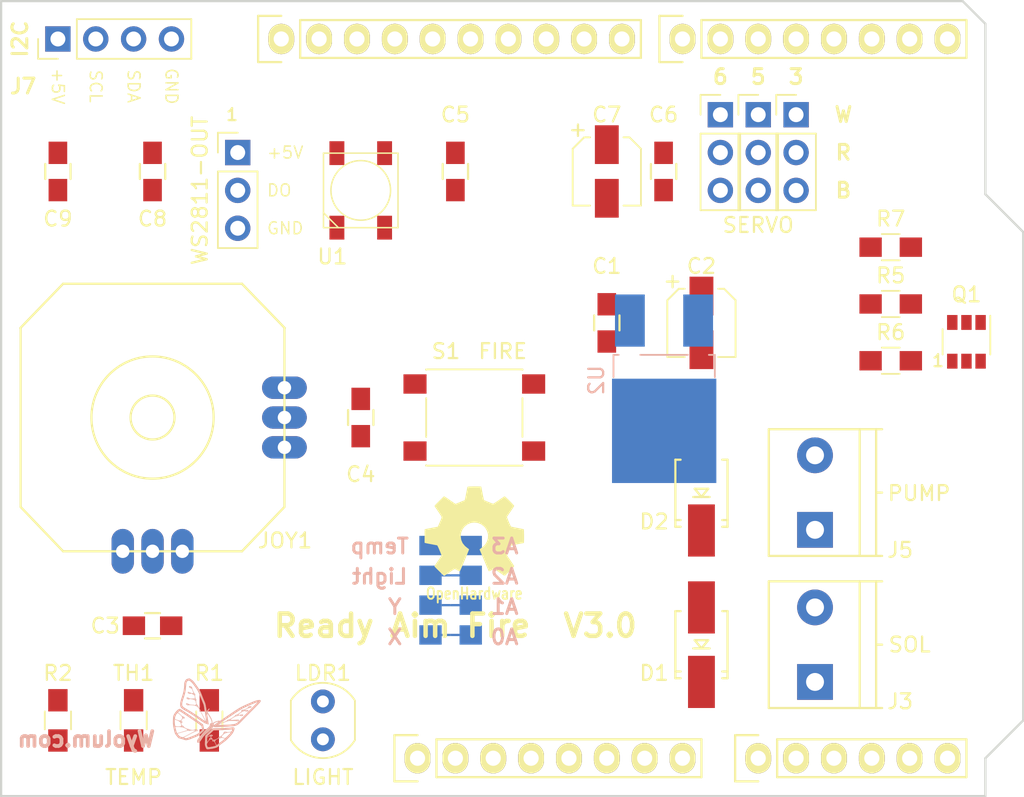
<source format=kicad_pcb>
(kicad_pcb (version 4) (host pcbnew 4.0.7-e1-6374~58~ubuntu16.04.1)

  (general
    (links 92)
    (no_connects 92)
    (area 110.922999 72.949999 179.653001 126.440001)
    (thickness 1.6)
    (drawings 53)
    (tracks 0)
    (zones 0)
    (modules 40)
    (nets 22)
  )

  (page A4)
  (title_block
    (date "lun. 30 mars 2015")
  )

  (layers
    (0 F.Cu signal)
    (31 B.Cu signal)
    (32 B.Adhes user)
    (33 F.Adhes user)
    (34 B.Paste user)
    (35 F.Paste user)
    (36 B.SilkS user)
    (37 F.SilkS user)
    (38 B.Mask user)
    (39 F.Mask user)
    (40 Dwgs.User user hide)
    (41 Cmts.User user)
    (42 Eco1.User user)
    (43 Eco2.User user)
    (44 Edge.Cuts user)
    (45 Margin user)
    (46 B.CrtYd user hide)
    (47 F.CrtYd user hide)
    (48 B.Fab user hide)
    (49 F.Fab user hide)
  )

  (setup
    (last_trace_width 0.25)
    (trace_clearance 0.2)
    (zone_clearance 0.508)
    (zone_45_only no)
    (trace_min 0.2)
    (segment_width 0.15)
    (edge_width 0.15)
    (via_size 0.6)
    (via_drill 0.4)
    (via_min_size 0.4)
    (via_min_drill 0.3)
    (uvia_size 0.3)
    (uvia_drill 0.1)
    (uvias_allowed no)
    (uvia_min_size 0.2)
    (uvia_min_drill 0.1)
    (pcb_text_width 0.3)
    (pcb_text_size 1.5 1.5)
    (mod_edge_width 0.15)
    (mod_text_size 1 1)
    (mod_text_width 0.15)
    (pad_size 4.064 4.064)
    (pad_drill 3.048)
    (pad_to_mask_clearance 0)
    (aux_axis_origin 110.998 126.365)
    (grid_origin 110.998 126.365)
    (visible_elements FFFFEF7F)
    (pcbplotparams
      (layerselection 0x010f0_80000001)
      (usegerberextensions true)
      (excludeedgelayer true)
      (linewidth 0.100000)
      (plotframeref false)
      (viasonmask false)
      (mode 1)
      (useauxorigin false)
      (hpglpennumber 1)
      (hpglpenspeed 20)
      (hpglpendiameter 15)
      (hpglpenoverlay 2)
      (psnegative false)
      (psa4output false)
      (plotreference true)
      (plotvalue true)
      (plotinvisibletext false)
      (padsonsilk false)
      (subtractmaskfromsilk true)
      (outputformat 1)
      (mirror false)
      (drillshape 0)
      (scaleselection 1)
      (outputdirectory RAF_pdf/))
  )

  (net 0 "")
  (net 1 +5V)
  (net 2 GND)
  (net 3 /Vin)
  (net 4 /A0)
  (net 5 /A1)
  (net 6 /A2)
  (net 7 /A3)
  (net 8 "/A4(SDA)")
  (net 9 "/A5(SCL)")
  (net 10 "/9(**)")
  (net 11 /8)
  (net 12 "/6(**)")
  (net 13 "/5(**)")
  (net 14 "/3(**)")
  (net 15 /2)
  (net 16 "/12(MISO)")
  (net 17 /SVCC)
  (net 18 /LED_OUT)
  (net 19 "Net-(Q1-Pad3)")
  (net 20 "Net-(D1-Pad2)")
  (net 21 "Net-(D2-Pad2)")

  (net_class Default "This is the default net class."
    (clearance 0.2)
    (trace_width 0.25)
    (via_dia 0.6)
    (via_drill 0.4)
    (uvia_dia 0.3)
    (uvia_drill 0.1)
    (add_net "/12(MISO)")
    (add_net /2)
    (add_net "/3(**)")
    (add_net "/5(**)")
    (add_net "/6(**)")
    (add_net /8)
    (add_net "/9(**)")
    (add_net /A0)
    (add_net /A1)
    (add_net /A2)
    (add_net /A3)
    (add_net "/A4(SDA)")
    (add_net "/A5(SCL)")
    (add_net /LED_OUT)
    (add_net "Net-(D1-Pad2)")
    (add_net "Net-(D2-Pad2)")
    (add_net "Net-(Q1-Pad3)")
  )

  (net_class .5 ""
    (clearance 0.2)
    (trace_width 0.5)
    (via_dia 0.6)
    (via_drill 0.4)
    (uvia_dia 0.3)
    (uvia_drill 0.1)
  )

  (net_class .75 ""
    (clearance 0.2)
    (trace_width 0.75)
    (via_dia 0.6)
    (via_drill 0.4)
    (uvia_dia 0.3)
    (uvia_drill 0.1)
    (add_net +5V)
    (add_net /SVCC)
    (add_net /Vin)
    (add_net GND)
  )

  (module RAF_Libs:LED_WS2812B-PLCC4 (layer F.Cu) (tedit 599B07EB) (tstamp 599F0836)
    (at 135.128 85.725 270)
    (descr http://www.world-semi.com/uploads/soft/150522/1-150522091P5.pdf)
    (tags "LED NeoPixel")
    (path /59764DBF)
    (attr smd)
    (fp_text reference U1 (at 4.445 1.905 360) (layer F.SilkS)
      (effects (font (size 1 1) (thickness 0.15)))
    )
    (fp_text value RGB_WS2811B (at 0 3.81 270) (layer F.Fab)
      (effects (font (size 1 1) (thickness 0.15)))
    )
    (fp_line (start 3.75 -2.85) (end -3.75 -2.85) (layer F.CrtYd) (width 0.05))
    (fp_line (start 3.75 2.85) (end 3.75 -2.85) (layer F.CrtYd) (width 0.05))
    (fp_line (start -3.75 2.85) (end 3.75 2.85) (layer F.CrtYd) (width 0.05))
    (fp_line (start -3.75 -2.85) (end -3.75 2.85) (layer F.CrtYd) (width 0.05))
    (fp_line (start 2.5 1.5) (end 1.5 2.5) (layer F.SilkS) (width 0.1))
    (fp_line (start -2.5 -2.5) (end -2.5 2.5) (layer F.SilkS) (width 0.1))
    (fp_line (start -2.5 2.5) (end 2.5 2.5) (layer F.SilkS) (width 0.1))
    (fp_line (start 2.5 2.5) (end 2.5 -2.5) (layer F.SilkS) (width 0.1))
    (fp_line (start 2.5 -2.5) (end -2.5 -2.5) (layer F.SilkS) (width 0.1))
    (fp_circle (center 0 0) (end 0 -2) (layer F.SilkS) (width 0.1))
    (pad 3 smd rect (at 2.5 1.6 270) (size 1.6 1) (layers F.Cu F.Paste F.Mask)
      (net 2 GND))
    (pad 4 smd rect (at 2.5 -1.6 270) (size 1.6 1) (layers F.Cu F.Paste F.Mask)
      (net 11 /8))
    (pad 2 smd rect (at -2.5 1.6 270) (size 1.6 1) (layers F.Cu F.Paste F.Mask)
      (net 18 /LED_OUT))
    (pad 1 smd rect (at -2.5 -1.6 270) (size 1.6 1) (layers F.Cu F.Paste F.Mask)
      (net 1 +5V))
    (model LED_WS2812.wrl
      (at (xyz 0 0 0))
      (scale (xyz 1 1 1))
      (rotate (xyz 0 0 180))
    )
  )

  (module RAF_Libs:R_0805_HandSoldering (layer F.Cu) (tedit 599F2FAE) (tstamp 599F0831)
    (at 119.888 121.285 90)
    (descr "Resistor SMD 0805, hand soldering")
    (tags "resistor 0805")
    (path /59763307)
    (attr smd)
    (fp_text reference TH1 (at 3.175 0 180) (layer F.SilkS)
      (effects (font (size 1 1) (thickness 0.15)))
    )
    (fp_text value TEMP (at -3.81 0 180) (layer F.SilkS)
      (effects (font (size 1 1) (thickness 0.15)))
    )
    (fp_text user %R (at 0 0 90) (layer F.Fab)
      (effects (font (size 0.5 0.5) (thickness 0.075)))
    )
    (fp_line (start -1 0.62) (end -1 -0.62) (layer F.Fab) (width 0.1))
    (fp_line (start 1 0.62) (end -1 0.62) (layer F.Fab) (width 0.1))
    (fp_line (start 1 -0.62) (end 1 0.62) (layer F.Fab) (width 0.1))
    (fp_line (start -1 -0.62) (end 1 -0.62) (layer F.Fab) (width 0.1))
    (fp_line (start 0.6 0.88) (end -0.6 0.88) (layer F.SilkS) (width 0.12))
    (fp_line (start -0.6 -0.88) (end 0.6 -0.88) (layer F.SilkS) (width 0.12))
    (fp_line (start -2.35 -0.9) (end 2.35 -0.9) (layer F.CrtYd) (width 0.05))
    (fp_line (start -2.35 -0.9) (end -2.35 0.9) (layer F.CrtYd) (width 0.05))
    (fp_line (start 2.35 0.9) (end 2.35 -0.9) (layer F.CrtYd) (width 0.05))
    (fp_line (start 2.35 0.9) (end -2.35 0.9) (layer F.CrtYd) (width 0.05))
    (pad 1 smd rect (at -1.35 0 90) (size 1.5 1.3) (layers F.Cu F.Paste F.Mask)
      (net 1 +5V))
    (pad 2 smd rect (at 1.35 0 90) (size 1.5 1.3) (layers F.Cu F.Paste F.Mask)
      (net 7 /A3))
    (model Resistor-0805_SMD.wrl
      (at (xyz 0 0 0))
      (scale (xyz 1 1 1))
      (rotate (xyz 0 0 0))
    )
  )

  (module RAF_Libs:SW_SPST_PTS645 (layer F.Cu) (tedit 599F2F80) (tstamp 599F082A)
    (at 142.748 100.965)
    (descr "C&K Components SPST SMD PTS645 Series 6mm Tact Switch")
    (tags "SPST Button Switch")
    (path /5977F318)
    (attr smd)
    (fp_text reference S1 (at -1.905 -4.445) (layer F.SilkS)
      (effects (font (size 1 1) (thickness 0.15)))
    )
    (fp_text value FIRE (at 1.905 -4.445) (layer F.SilkS)
      (effects (font (size 1 1) (thickness 0.15)))
    )
    (fp_text user %R (at 0 -4.05) (layer F.Fab)
      (effects (font (size 1 1) (thickness 0.15)))
    )
    (fp_line (start -3 -3) (end -3 3) (layer F.Fab) (width 0.1))
    (fp_line (start -3 3) (end 3 3) (layer F.Fab) (width 0.1))
    (fp_line (start 3 3) (end 3 -3) (layer F.Fab) (width 0.1))
    (fp_line (start 3 -3) (end -3 -3) (layer F.Fab) (width 0.1))
    (fp_line (start 5.05 3.4) (end 5.05 -3.4) (layer F.CrtYd) (width 0.05))
    (fp_line (start -5.05 -3.4) (end -5.05 3.4) (layer F.CrtYd) (width 0.05))
    (fp_line (start -5.05 3.4) (end 5.05 3.4) (layer F.CrtYd) (width 0.05))
    (fp_line (start -5.05 -3.4) (end 5.05 -3.4) (layer F.CrtYd) (width 0.05))
    (fp_line (start 3.23 -3.23) (end 3.23 -3.2) (layer F.SilkS) (width 0.12))
    (fp_line (start 3.23 3.23) (end 3.23 3.2) (layer F.SilkS) (width 0.12))
    (fp_line (start -3.23 3.23) (end -3.23 3.2) (layer F.SilkS) (width 0.12))
    (fp_line (start -3.23 -3.2) (end -3.23 -3.23) (layer F.SilkS) (width 0.12))
    (fp_line (start 3.23 -1.3) (end 3.23 1.3) (layer F.SilkS) (width 0.12))
    (fp_line (start -3.23 -3.23) (end 3.23 -3.23) (layer F.SilkS) (width 0.12))
    (fp_line (start -3.23 -1.3) (end -3.23 1.3) (layer F.SilkS) (width 0.12))
    (fp_line (start -3.23 3.23) (end 3.23 3.23) (layer F.SilkS) (width 0.12))
    (fp_circle (center 0 0) (end 1.75 -0.05) (layer F.Fab) (width 0.1))
    (pad 2 smd rect (at -3.98 2.25) (size 1.55 1.3) (layers F.Cu F.Paste F.Mask)
      (net 2 GND))
    (pad 1 smd rect (at -3.98 -2.25) (size 1.55 1.3) (layers F.Cu F.Paste F.Mask)
      (net 16 "/12(MISO)"))
    (pad 1 smd rect (at 3.98 -2.25) (size 1.55 1.3) (layers F.Cu F.Paste F.Mask)
      (net 16 "/12(MISO)"))
    (pad 2 smd rect (at 3.98 2.25) (size 1.55 1.3) (layers F.Cu F.Paste F.Mask)
      (net 2 GND))
    (model SW_smd.wrl
      (at (xyz 0 0 0))
      (scale (xyz 1 1 1))
      (rotate (xyz 0 0 0))
    )
  )

  (module RAF_Libs:R_0805_HandSoldering (layer F.Cu) (tedit 58E0A804) (tstamp 599F0825)
    (at 170.688 89.535)
    (descr "Resistor SMD 0805, hand soldering")
    (tags "resistor 0805")
    (path /59776EC6)
    (attr smd)
    (fp_text reference R7 (at 0 -1.905 180) (layer F.SilkS)
      (effects (font (size 1 1) (thickness 0.15)))
    )
    (fp_text value 100K (at 0 1.75) (layer F.Fab)
      (effects (font (size 1 1) (thickness 0.15)))
    )
    (fp_text user %R (at 0 0) (layer F.Fab)
      (effects (font (size 0.5 0.5) (thickness 0.075)))
    )
    (fp_line (start -1 0.62) (end -1 -0.62) (layer F.Fab) (width 0.1))
    (fp_line (start 1 0.62) (end -1 0.62) (layer F.Fab) (width 0.1))
    (fp_line (start 1 -0.62) (end 1 0.62) (layer F.Fab) (width 0.1))
    (fp_line (start -1 -0.62) (end 1 -0.62) (layer F.Fab) (width 0.1))
    (fp_line (start 0.6 0.88) (end -0.6 0.88) (layer F.SilkS) (width 0.12))
    (fp_line (start -0.6 -0.88) (end 0.6 -0.88) (layer F.SilkS) (width 0.12))
    (fp_line (start -2.35 -0.9) (end 2.35 -0.9) (layer F.CrtYd) (width 0.05))
    (fp_line (start -2.35 -0.9) (end -2.35 0.9) (layer F.CrtYd) (width 0.05))
    (fp_line (start 2.35 0.9) (end 2.35 -0.9) (layer F.CrtYd) (width 0.05))
    (fp_line (start 2.35 0.9) (end -2.35 0.9) (layer F.CrtYd) (width 0.05))
    (pad 1 smd rect (at -1.35 0) (size 1.5 1.3) (layers F.Cu F.Paste F.Mask)
      (net 2 GND))
    (pad 2 smd rect (at 1.35 0) (size 1.5 1.3) (layers F.Cu F.Paste F.Mask)
      (net 15 /2))
    (model Resistor-0805_SMD.wrl
      (at (xyz 0 0 0))
      (scale (xyz 1 1 1))
      (rotate (xyz 0 0 0))
    )
  )

  (module RAF_Libs:R_0805_HandSoldering (layer F.Cu) (tedit 58E0A804) (tstamp 599F0820)
    (at 170.688 97.155)
    (descr "Resistor SMD 0805, hand soldering")
    (tags "resistor 0805")
    (path /59777AEE)
    (attr smd)
    (fp_text reference R6 (at 0 -1.905 180) (layer F.SilkS)
      (effects (font (size 1 1) (thickness 0.15)))
    )
    (fp_text value 100k (at 0 1.75) (layer F.Fab)
      (effects (font (size 1 1) (thickness 0.15)))
    )
    (fp_text user %R (at 0 0) (layer F.Fab)
      (effects (font (size 0.5 0.5) (thickness 0.075)))
    )
    (fp_line (start -1 0.62) (end -1 -0.62) (layer F.Fab) (width 0.1))
    (fp_line (start 1 0.62) (end -1 0.62) (layer F.Fab) (width 0.1))
    (fp_line (start 1 -0.62) (end 1 0.62) (layer F.Fab) (width 0.1))
    (fp_line (start -1 -0.62) (end 1 -0.62) (layer F.Fab) (width 0.1))
    (fp_line (start 0.6 0.88) (end -0.6 0.88) (layer F.SilkS) (width 0.12))
    (fp_line (start -0.6 -0.88) (end 0.6 -0.88) (layer F.SilkS) (width 0.12))
    (fp_line (start -2.35 -0.9) (end 2.35 -0.9) (layer F.CrtYd) (width 0.05))
    (fp_line (start -2.35 -0.9) (end -2.35 0.9) (layer F.CrtYd) (width 0.05))
    (fp_line (start 2.35 0.9) (end 2.35 -0.9) (layer F.CrtYd) (width 0.05))
    (fp_line (start 2.35 0.9) (end -2.35 0.9) (layer F.CrtYd) (width 0.05))
    (pad 1 smd rect (at -1.35 0) (size 1.5 1.3) (layers F.Cu F.Paste F.Mask)
      (net 2 GND))
    (pad 2 smd rect (at 1.35 0) (size 1.5 1.3) (layers F.Cu F.Paste F.Mask)
      (net 19 "Net-(Q1-Pad3)"))
    (model Resistor-0805_SMD.wrl
      (at (xyz 0 0 0))
      (scale (xyz 1 1 1))
      (rotate (xyz 0 0 0))
    )
  )

  (module RAF_Libs:R_0805_HandSoldering (layer F.Cu) (tedit 58E0A804) (tstamp 599F081B)
    (at 170.688 93.345 180)
    (descr "Resistor SMD 0805, hand soldering")
    (tags "resistor 0805")
    (path /59777E2B)
    (attr smd)
    (fp_text reference R5 (at 0 1.905 360) (layer F.SilkS)
      (effects (font (size 1 1) (thickness 0.15)))
    )
    (fp_text value 100k (at 0 1.75 180) (layer F.Fab)
      (effects (font (size 1 1) (thickness 0.15)))
    )
    (fp_text user %R (at 0 0 180) (layer F.Fab)
      (effects (font (size 0.5 0.5) (thickness 0.075)))
    )
    (fp_line (start -1 0.62) (end -1 -0.62) (layer F.Fab) (width 0.1))
    (fp_line (start 1 0.62) (end -1 0.62) (layer F.Fab) (width 0.1))
    (fp_line (start 1 -0.62) (end 1 0.62) (layer F.Fab) (width 0.1))
    (fp_line (start -1 -0.62) (end 1 -0.62) (layer F.Fab) (width 0.1))
    (fp_line (start 0.6 0.88) (end -0.6 0.88) (layer F.SilkS) (width 0.12))
    (fp_line (start -0.6 -0.88) (end 0.6 -0.88) (layer F.SilkS) (width 0.12))
    (fp_line (start -2.35 -0.9) (end 2.35 -0.9) (layer F.CrtYd) (width 0.05))
    (fp_line (start -2.35 -0.9) (end -2.35 0.9) (layer F.CrtYd) (width 0.05))
    (fp_line (start 2.35 0.9) (end 2.35 -0.9) (layer F.CrtYd) (width 0.05))
    (fp_line (start 2.35 0.9) (end -2.35 0.9) (layer F.CrtYd) (width 0.05))
    (pad 1 smd rect (at -1.35 0 180) (size 1.5 1.3) (layers F.Cu F.Paste F.Mask)
      (net 19 "Net-(Q1-Pad3)"))
    (pad 2 smd rect (at 1.35 0 180) (size 1.5 1.3) (layers F.Cu F.Paste F.Mask)
      (net 10 "/9(**)"))
    (model Resistor-0805_SMD.wrl
      (at (xyz 0 0 0))
      (scale (xyz 1 1 1))
      (rotate (xyz 0 0 0))
    )
  )

  (module RAF_Libs:R_0805_HandSoldering (layer F.Cu) (tedit 58E0A804) (tstamp 599F0816)
    (at 114.808 121.285 90)
    (descr "Resistor SMD 0805, hand soldering")
    (tags "resistor 0805")
    (path /59763379)
    (attr smd)
    (fp_text reference R2 (at 3.175 0 180) (layer F.SilkS)
      (effects (font (size 1 1) (thickness 0.15)))
    )
    (fp_text value 10K (at 0 1.75 90) (layer F.Fab)
      (effects (font (size 1 1) (thickness 0.15)))
    )
    (fp_text user %R (at 0 0 90) (layer F.Fab)
      (effects (font (size 0.5 0.5) (thickness 0.075)))
    )
    (fp_line (start -1 0.62) (end -1 -0.62) (layer F.Fab) (width 0.1))
    (fp_line (start 1 0.62) (end -1 0.62) (layer F.Fab) (width 0.1))
    (fp_line (start 1 -0.62) (end 1 0.62) (layer F.Fab) (width 0.1))
    (fp_line (start -1 -0.62) (end 1 -0.62) (layer F.Fab) (width 0.1))
    (fp_line (start 0.6 0.88) (end -0.6 0.88) (layer F.SilkS) (width 0.12))
    (fp_line (start -0.6 -0.88) (end 0.6 -0.88) (layer F.SilkS) (width 0.12))
    (fp_line (start -2.35 -0.9) (end 2.35 -0.9) (layer F.CrtYd) (width 0.05))
    (fp_line (start -2.35 -0.9) (end -2.35 0.9) (layer F.CrtYd) (width 0.05))
    (fp_line (start 2.35 0.9) (end 2.35 -0.9) (layer F.CrtYd) (width 0.05))
    (fp_line (start 2.35 0.9) (end -2.35 0.9) (layer F.CrtYd) (width 0.05))
    (pad 1 smd rect (at -1.35 0 90) (size 1.5 1.3) (layers F.Cu F.Paste F.Mask)
      (net 7 /A3))
    (pad 2 smd rect (at 1.35 0 90) (size 1.5 1.3) (layers F.Cu F.Paste F.Mask)
      (net 2 GND))
    (model Resistor-0805_SMD.wrl
      (at (xyz 0 0 0))
      (scale (xyz 1 1 1))
      (rotate (xyz 0 0 0))
    )
  )

  (module RAF_Libs:R_0805_HandSoldering (layer F.Cu) (tedit 58E0A804) (tstamp 599F0811)
    (at 124.968 121.285 270)
    (descr "Resistor SMD 0805, hand soldering")
    (tags "resistor 0805")
    (path /59762E3A)
    (attr smd)
    (fp_text reference R1 (at -3.175 0 360) (layer F.SilkS)
      (effects (font (size 1 1) (thickness 0.15)))
    )
    (fp_text value 22K (at 0 1.75 270) (layer F.Fab)
      (effects (font (size 1 1) (thickness 0.15)))
    )
    (fp_text user %R (at 0 0 270) (layer F.Fab)
      (effects (font (size 0.5 0.5) (thickness 0.075)))
    )
    (fp_line (start -1 0.62) (end -1 -0.62) (layer F.Fab) (width 0.1))
    (fp_line (start 1 0.62) (end -1 0.62) (layer F.Fab) (width 0.1))
    (fp_line (start 1 -0.62) (end 1 0.62) (layer F.Fab) (width 0.1))
    (fp_line (start -1 -0.62) (end 1 -0.62) (layer F.Fab) (width 0.1))
    (fp_line (start 0.6 0.88) (end -0.6 0.88) (layer F.SilkS) (width 0.12))
    (fp_line (start -0.6 -0.88) (end 0.6 -0.88) (layer F.SilkS) (width 0.12))
    (fp_line (start -2.35 -0.9) (end 2.35 -0.9) (layer F.CrtYd) (width 0.05))
    (fp_line (start -2.35 -0.9) (end -2.35 0.9) (layer F.CrtYd) (width 0.05))
    (fp_line (start 2.35 0.9) (end 2.35 -0.9) (layer F.CrtYd) (width 0.05))
    (fp_line (start 2.35 0.9) (end -2.35 0.9) (layer F.CrtYd) (width 0.05))
    (pad 1 smd rect (at -1.35 0 270) (size 1.5 1.3) (layers F.Cu F.Paste F.Mask)
      (net 6 /A2))
    (pad 2 smd rect (at 1.35 0 270) (size 1.5 1.3) (layers F.Cu F.Paste F.Mask)
      (net 2 GND))
    (model Resistor-0805_SMD.wrl
      (at (xyz 0 0 0))
      (scale (xyz 1 1 1))
      (rotate (xyz 0 0 0))
    )
  )

  (module RAF_Libs:SuperSOT-6 (layer F.Cu) (tedit 59038A3E) (tstamp 599F0808)
    (at 175.768 95.885 270)
    (descr "6-pin SuperSOT package http://www.mouser.com/ds/2/149/FMB5551-889214.pdf")
    (tags "SuperSOT-6 SSOT-6")
    (path /597643C7)
    (attr smd)
    (fp_text reference Q1 (at -3.175 0 360) (layer F.SilkS)
      (effects (font (size 1 1) (thickness 0.15)))
    )
    (fp_text value FDC6305N (at 0 2.5 270) (layer F.Fab)
      (effects (font (size 1 1) (thickness 0.15)))
    )
    (fp_text user %R (at 0 0 360) (layer F.Fab)
      (effects (font (size 0.5 0.5) (thickness 0.075)))
    )
    (fp_line (start 0.85 -1.6) (end -1.75 -1.6) (layer F.SilkS) (width 0.12))
    (fp_line (start 0.85 1.6) (end -0.85 1.6) (layer F.SilkS) (width 0.12))
    (fp_line (start -0.85 1.45) (end 0.85 1.45) (layer F.Fab) (width 0.12))
    (fp_line (start 0.85 1.45) (end 0.85 -1.45) (layer F.Fab) (width 0.12))
    (fp_line (start 0.85 -1.45) (end -0.4 -1.45) (layer F.Fab) (width 0.12))
    (fp_line (start -0.4 -1.45) (end -0.85 -1) (layer F.Fab) (width 0.12))
    (fp_line (start -0.85 -1) (end -0.85 1.45) (layer F.Fab) (width 0.12))
    (fp_line (start -2.05 -1.7) (end 2.05 -1.7) (layer F.CrtYd) (width 0.05))
    (fp_line (start -2.05 -1.7) (end -2.05 1.7) (layer F.CrtYd) (width 0.05))
    (fp_line (start 2.05 1.7) (end 2.05 -1.7) (layer F.CrtYd) (width 0.05))
    (fp_line (start 2.05 1.7) (end -2.05 1.7) (layer F.CrtYd) (width 0.05))
    (pad 1 smd rect (at -1.3 -0.95 270) (size 1 0.7) (layers F.Cu F.Paste F.Mask)
      (net 15 /2))
    (pad 2 smd rect (at -1.3 0 270) (size 1 0.7) (layers F.Cu F.Paste F.Mask)
      (net 2 GND))
    (pad 3 smd rect (at -1.3 0.95 270) (size 1 0.7) (layers F.Cu F.Paste F.Mask)
      (net 19 "Net-(Q1-Pad3)"))
    (pad 4 smd rect (at 1.3 0.95 270) (size 1 0.7) (layers F.Cu F.Paste F.Mask)
      (net 21 "Net-(D2-Pad2)"))
    (pad 6 smd rect (at 1.3 -0.95 270) (size 1 0.7) (layers F.Cu F.Paste F.Mask)
      (net 20 "Net-(D1-Pad2)"))
    (pad 5 smd rect (at 1.3 0 270) (size 1 0.7) (layers F.Cu F.Paste F.Mask)
      (net 2 GND))
    (model SuperSOT23.wrl
      (at (xyz 0 0 0))
      (scale (xyz 1 1 1))
      (rotate (xyz 0 0 0))
    )
  )

  (module RAF_Libs:Socket_Strip_Arduino_1x08 locked (layer F.Cu) (tedit 599F3097) (tstamp 599F07FD)
    (at 156.718 75.565)
    (descr "Through hole socket strip")
    (tags "socket strip")
    (path /56D7164F)
    (fp_text reference P4 (at 0 2.54) (layer F.SilkS) hide
      (effects (font (size 1 1) (thickness 0.15)))
    )
    (fp_text value Digital (at 0 -3.1) (layer F.Fab)
      (effects (font (size 1 1) (thickness 0.15)))
    )
    (fp_line (start -1.75 -1.75) (end -1.75 1.75) (layer F.CrtYd) (width 0.05))
    (fp_line (start 19.55 -1.75) (end 19.55 1.75) (layer F.CrtYd) (width 0.05))
    (fp_line (start -1.75 -1.75) (end 19.55 -1.75) (layer F.CrtYd) (width 0.05))
    (fp_line (start -1.75 1.75) (end 19.55 1.75) (layer F.CrtYd) (width 0.05))
    (fp_line (start 1.27 1.27) (end 19.05 1.27) (layer F.SilkS) (width 0.15))
    (fp_line (start 19.05 1.27) (end 19.05 -1.27) (layer F.SilkS) (width 0.15))
    (fp_line (start 19.05 -1.27) (end 1.27 -1.27) (layer F.SilkS) (width 0.15))
    (fp_line (start -1.55 1.55) (end 0 1.55) (layer F.SilkS) (width 0.15))
    (fp_line (start 1.27 1.27) (end 1.27 -1.27) (layer F.SilkS) (width 0.15))
    (fp_line (start 0 -1.55) (end -1.55 -1.55) (layer F.SilkS) (width 0.15))
    (fp_line (start -1.55 -1.55) (end -1.55 1.55) (layer F.SilkS) (width 0.15))
    (pad 1 thru_hole oval (at 0 0) (size 1.7272 2.032) (drill 1.016) (layers *.Cu *.Mask F.SilkS))
    (pad 2 thru_hole oval (at 2.54 0) (size 1.7272 2.032) (drill 1.016) (layers *.Cu *.Mask F.SilkS)
      (net 12 "/6(**)"))
    (pad 3 thru_hole oval (at 5.08 0) (size 1.7272 2.032) (drill 1.016) (layers *.Cu *.Mask F.SilkS)
      (net 13 "/5(**)"))
    (pad 4 thru_hole oval (at 7.62 0) (size 1.7272 2.032) (drill 1.016) (layers *.Cu *.Mask F.SilkS))
    (pad 5 thru_hole oval (at 10.16 0) (size 1.7272 2.032) (drill 1.016) (layers *.Cu *.Mask F.SilkS)
      (net 14 "/3(**)"))
    (pad 6 thru_hole oval (at 12.7 0) (size 1.7272 2.032) (drill 1.016) (layers *.Cu *.Mask F.SilkS)
      (net 15 /2))
    (pad 7 thru_hole oval (at 15.24 0) (size 1.7272 2.032) (drill 1.016) (layers *.Cu *.Mask F.SilkS))
    (pad 8 thru_hole oval (at 17.78 0) (size 1.7272 2.032) (drill 1.016) (layers *.Cu *.Mask F.SilkS))
    (model ${KIPRJMOD}/Socket_Arduino_Uno.3dshapes/Socket_header_Arduino_1x08.wrl
      (at (xyz 0.35 0 0))
      (scale (xyz 1 1 1))
      (rotate (xyz 0 0 180))
    )
  )

  (module RAF_Libs:Socket_Strip_Arduino_1x10 locked (layer F.Cu) (tedit 599F309C) (tstamp 599F07F0)
    (at 129.794 75.565)
    (descr "Through hole socket strip")
    (tags "socket strip")
    (path /56D721E0)
    (fp_text reference P3 (at -1.016 2.54) (layer F.SilkS) hide
      (effects (font (size 1 1) (thickness 0.15)))
    )
    (fp_text value Digital (at 0 -3.1) (layer F.Fab)
      (effects (font (size 1 1) (thickness 0.15)))
    )
    (fp_line (start -1.75 -1.75) (end -1.75 1.75) (layer F.CrtYd) (width 0.05))
    (fp_line (start 24.65 -1.75) (end 24.65 1.75) (layer F.CrtYd) (width 0.05))
    (fp_line (start -1.75 -1.75) (end 24.65 -1.75) (layer F.CrtYd) (width 0.05))
    (fp_line (start -1.75 1.75) (end 24.65 1.75) (layer F.CrtYd) (width 0.05))
    (fp_line (start 1.27 1.27) (end 24.13 1.27) (layer F.SilkS) (width 0.15))
    (fp_line (start 24.13 1.27) (end 24.13 -1.27) (layer F.SilkS) (width 0.15))
    (fp_line (start 24.13 -1.27) (end 1.27 -1.27) (layer F.SilkS) (width 0.15))
    (fp_line (start -1.55 1.55) (end 0 1.55) (layer F.SilkS) (width 0.15))
    (fp_line (start 1.27 1.27) (end 1.27 -1.27) (layer F.SilkS) (width 0.15))
    (fp_line (start 0 -1.55) (end -1.55 -1.55) (layer F.SilkS) (width 0.15))
    (fp_line (start -1.55 -1.55) (end -1.55 1.55) (layer F.SilkS) (width 0.15))
    (pad 1 thru_hole oval (at 0 0) (size 1.7272 2.032) (drill 1.016) (layers *.Cu *.Mask F.SilkS)
      (net 9 "/A5(SCL)"))
    (pad 2 thru_hole oval (at 2.54 0) (size 1.7272 2.032) (drill 1.016) (layers *.Cu *.Mask F.SilkS)
      (net 8 "/A4(SDA)"))
    (pad 3 thru_hole oval (at 5.08 0) (size 1.7272 2.032) (drill 1.016) (layers *.Cu *.Mask F.SilkS))
    (pad 4 thru_hole oval (at 7.62 0) (size 1.7272 2.032) (drill 1.016) (layers *.Cu *.Mask F.SilkS)
      (net 2 GND))
    (pad 5 thru_hole oval (at 10.16 0) (size 1.7272 2.032) (drill 1.016) (layers *.Cu *.Mask F.SilkS))
    (pad 6 thru_hole oval (at 12.7 0) (size 1.7272 2.032) (drill 1.016) (layers *.Cu *.Mask F.SilkS)
      (net 16 "/12(MISO)"))
    (pad 7 thru_hole oval (at 15.24 0) (size 1.7272 2.032) (drill 1.016) (layers *.Cu *.Mask F.SilkS))
    (pad 8 thru_hole oval (at 17.78 0) (size 1.7272 2.032) (drill 1.016) (layers *.Cu *.Mask F.SilkS))
    (pad 9 thru_hole oval (at 20.32 0) (size 1.7272 2.032) (drill 1.016) (layers *.Cu *.Mask F.SilkS)
      (net 10 "/9(**)"))
    (pad 10 thru_hole oval (at 22.86 0) (size 1.7272 2.032) (drill 1.016) (layers *.Cu *.Mask F.SilkS)
      (net 11 /8))
    (model ${KIPRJMOD}/Socket_Arduino_Uno.3dshapes/Socket_header_Arduino_1x10.wrl
      (at (xyz 0.45 0 0))
      (scale (xyz 1 1 1))
      (rotate (xyz 0 0 180))
    )
  )

  (module RAF_Libs:Socket_Strip_Arduino_1x06 locked (layer F.Cu) (tedit 599F30A0) (tstamp 599F07E7)
    (at 161.798 123.825)
    (descr "Through hole socket strip")
    (tags "socket strip")
    (path /56D70DD8)
    (fp_text reference P2 (at -0.635 -1.905) (layer F.SilkS) hide
      (effects (font (size 1 1) (thickness 0.15)))
    )
    (fp_text value Analog (at 0 -3.1) (layer F.Fab)
      (effects (font (size 1 1) (thickness 0.15)))
    )
    (fp_line (start -1.75 -1.75) (end -1.75 1.75) (layer F.CrtYd) (width 0.05))
    (fp_line (start 14.45 -1.75) (end 14.45 1.75) (layer F.CrtYd) (width 0.05))
    (fp_line (start -1.75 -1.75) (end 14.45 -1.75) (layer F.CrtYd) (width 0.05))
    (fp_line (start -1.75 1.75) (end 14.45 1.75) (layer F.CrtYd) (width 0.05))
    (fp_line (start 1.27 1.27) (end 13.97 1.27) (layer F.SilkS) (width 0.15))
    (fp_line (start 13.97 1.27) (end 13.97 -1.27) (layer F.SilkS) (width 0.15))
    (fp_line (start 13.97 -1.27) (end 1.27 -1.27) (layer F.SilkS) (width 0.15))
    (fp_line (start -1.55 1.55) (end 0 1.55) (layer F.SilkS) (width 0.15))
    (fp_line (start 1.27 1.27) (end 1.27 -1.27) (layer F.SilkS) (width 0.15))
    (fp_line (start 0 -1.55) (end -1.55 -1.55) (layer F.SilkS) (width 0.15))
    (fp_line (start -1.55 -1.55) (end -1.55 1.55) (layer F.SilkS) (width 0.15))
    (pad 1 thru_hole oval (at 0 0) (size 1.7272 2.032) (drill 1.016) (layers *.Cu *.Mask F.SilkS)
      (net 4 /A0))
    (pad 2 thru_hole oval (at 2.54 0) (size 1.7272 2.032) (drill 1.016) (layers *.Cu *.Mask F.SilkS)
      (net 5 /A1))
    (pad 3 thru_hole oval (at 5.08 0) (size 1.7272 2.032) (drill 1.016) (layers *.Cu *.Mask F.SilkS)
      (net 6 /A2))
    (pad 4 thru_hole oval (at 7.62 0) (size 1.7272 2.032) (drill 1.016) (layers *.Cu *.Mask F.SilkS)
      (net 7 /A3))
    (pad 5 thru_hole oval (at 10.16 0) (size 1.7272 2.032) (drill 1.016) (layers *.Cu *.Mask F.SilkS))
    (pad 6 thru_hole oval (at 12.7 0) (size 1.7272 2.032) (drill 1.016) (layers *.Cu *.Mask F.SilkS))
    (model ${KIPRJMOD}/Socket_Arduino_Uno.3dshapes/Socket_header_Arduino_1x06.wrl
      (at (xyz 0.25 0 0))
      (scale (xyz 1 1 1))
      (rotate (xyz 0 0 180))
    )
  )

  (module RAF_Libs:Socket_Strip_Arduino_1x08 locked (layer F.Cu) (tedit 599F30A4) (tstamp 599F07DC)
    (at 138.938 123.825)
    (descr "Through hole socket strip")
    (tags "socket strip")
    (path /56D70129)
    (fp_text reference P1 (at -0.635 -1.905) (layer F.SilkS) hide
      (effects (font (size 1 1) (thickness 0.15)))
    )
    (fp_text value Power (at 0 -3.1) (layer F.Fab)
      (effects (font (size 1 1) (thickness 0.15)))
    )
    (fp_line (start -1.75 -1.75) (end -1.75 1.75) (layer F.CrtYd) (width 0.05))
    (fp_line (start 19.55 -1.75) (end 19.55 1.75) (layer F.CrtYd) (width 0.05))
    (fp_line (start -1.75 -1.75) (end 19.55 -1.75) (layer F.CrtYd) (width 0.05))
    (fp_line (start -1.75 1.75) (end 19.55 1.75) (layer F.CrtYd) (width 0.05))
    (fp_line (start 1.27 1.27) (end 19.05 1.27) (layer F.SilkS) (width 0.15))
    (fp_line (start 19.05 1.27) (end 19.05 -1.27) (layer F.SilkS) (width 0.15))
    (fp_line (start 19.05 -1.27) (end 1.27 -1.27) (layer F.SilkS) (width 0.15))
    (fp_line (start -1.55 1.55) (end 0 1.55) (layer F.SilkS) (width 0.15))
    (fp_line (start 1.27 1.27) (end 1.27 -1.27) (layer F.SilkS) (width 0.15))
    (fp_line (start 0 -1.55) (end -1.55 -1.55) (layer F.SilkS) (width 0.15))
    (fp_line (start -1.55 -1.55) (end -1.55 1.55) (layer F.SilkS) (width 0.15))
    (pad 1 thru_hole oval (at 0 0) (size 1.7272 2.032) (drill 1.016) (layers *.Cu *.Mask F.SilkS))
    (pad 2 thru_hole oval (at 2.54 0) (size 1.7272 2.032) (drill 1.016) (layers *.Cu *.Mask F.SilkS))
    (pad 3 thru_hole oval (at 5.08 0) (size 1.7272 2.032) (drill 1.016) (layers *.Cu *.Mask F.SilkS))
    (pad 4 thru_hole oval (at 7.62 0) (size 1.7272 2.032) (drill 1.016) (layers *.Cu *.Mask F.SilkS))
    (pad 5 thru_hole oval (at 10.16 0) (size 1.7272 2.032) (drill 1.016) (layers *.Cu *.Mask F.SilkS)
      (net 1 +5V))
    (pad 6 thru_hole oval (at 12.7 0) (size 1.7272 2.032) (drill 1.016) (layers *.Cu *.Mask F.SilkS)
      (net 2 GND))
    (pad 7 thru_hole oval (at 15.24 0) (size 1.7272 2.032) (drill 1.016) (layers *.Cu *.Mask F.SilkS)
      (net 2 GND))
    (pad 8 thru_hole oval (at 17.78 0) (size 1.7272 2.032) (drill 1.016) (layers *.Cu *.Mask F.SilkS)
      (net 3 /Vin))
    (model ${KIPRJMOD}/Socket_Arduino_Uno.3dshapes/Socket_header_Arduino_1x08.wrl
      (at (xyz 0.35 0 0))
      (scale (xyz 1 1 1))
      (rotate (xyz 0 0 180))
    )
  )

  (module RAF_Libs:Pin_Header_Straight_1x04_Pitch2.54mm locked (layer F.Cu) (tedit 599F002C) (tstamp 599F07D5)
    (at 114.808 75.565 90)
    (descr "Through hole straight pin header, 1x04, 2.54mm pitch, single row")
    (tags "Through hole pin header THT 1x04 2.54mm single row")
    (path /59779033)
    (fp_text reference J7 (at -3.175 -2.33 180) (layer F.SilkS)
      (effects (font (size 1 1) (thickness 0.2)))
    )
    (fp_text value I2C (at 0 -2.54 90) (layer F.SilkS)
      (effects (font (size 1 1) (thickness 0.2)))
    )
    (fp_line (start -0.635 -1.27) (end 1.27 -1.27) (layer F.Fab) (width 0.1))
    (fp_line (start 1.27 -1.27) (end 1.27 8.89) (layer F.Fab) (width 0.1))
    (fp_line (start 1.27 8.89) (end -1.27 8.89) (layer F.Fab) (width 0.1))
    (fp_line (start -1.27 8.89) (end -1.27 -0.635) (layer F.Fab) (width 0.1))
    (fp_line (start -1.27 -0.635) (end -0.635 -1.27) (layer F.Fab) (width 0.1))
    (fp_line (start -1.33 8.95) (end 1.33 8.95) (layer F.SilkS) (width 0.12))
    (fp_line (start -1.33 1.27) (end -1.33 8.95) (layer F.SilkS) (width 0.12))
    (fp_line (start 1.33 1.27) (end 1.33 8.95) (layer F.SilkS) (width 0.12))
    (fp_line (start -1.33 1.27) (end 1.33 1.27) (layer F.SilkS) (width 0.12))
    (fp_line (start -1.33 0) (end -1.33 -1.33) (layer F.SilkS) (width 0.12))
    (fp_line (start -1.33 -1.33) (end 0 -1.33) (layer F.SilkS) (width 0.12))
    (fp_line (start -1.8 -1.8) (end -1.8 9.4) (layer F.CrtYd) (width 0.05))
    (fp_line (start -1.8 9.4) (end 1.8 9.4) (layer F.CrtYd) (width 0.05))
    (fp_line (start 1.8 9.4) (end 1.8 -1.8) (layer F.CrtYd) (width 0.05))
    (fp_line (start 1.8 -1.8) (end -1.8 -1.8) (layer F.CrtYd) (width 0.05))
    (fp_text user %R (at 0 3.81 180) (layer F.Fab)
      (effects (font (size 1 1) (thickness 0.15)))
    )
    (pad 1 thru_hole rect (at 0 0 90) (size 1.7 1.7) (drill 1) (layers *.Cu *.Mask)
      (net 1 +5V))
    (pad 2 thru_hole oval (at 0 2.54 90) (size 1.7 1.7) (drill 1) (layers *.Cu *.Mask)
      (net 9 "/A5(SCL)"))
    (pad 3 thru_hole oval (at 0 5.08 90) (size 1.7 1.7) (drill 1) (layers *.Cu *.Mask)
      (net 8 "/A4(SDA)"))
    (pad 4 thru_hole oval (at 0 7.62 90) (size 1.7 1.7) (drill 1) (layers *.Cu *.Mask)
      (net 2 GND))
    (model Header_Male_04Pin.wrl
      (at (xyz 0 0 0))
      (scale (xyz 1 1 1))
      (rotate (xyz 0 0 90))
    )
  )

  (module RAF_Libs:Pin_Header_Straight_1x03_Pitch2.54mm (layer F.Cu) (tedit 599F2F6E) (tstamp 599F07CF)
    (at 126.873 83.185)
    (descr "Through hole straight pin header, 1x03, 2.54mm pitch, single row")
    (tags "Through hole pin header THT 1x03 2.54mm single row")
    (path /597834E7)
    (fp_text reference J6 (at 0 -2.33) (layer F.SilkS) hide
      (effects (font (size 1 1) (thickness 0.15)))
    )
    (fp_text value WS2811-OUT (at -2.54 2.54 90) (layer F.SilkS)
      (effects (font (size 1 1) (thickness 0.15)))
    )
    (fp_line (start -0.635 -1.27) (end 1.27 -1.27) (layer F.Fab) (width 0.1))
    (fp_line (start 1.27 -1.27) (end 1.27 6.35) (layer F.Fab) (width 0.1))
    (fp_line (start 1.27 6.35) (end -1.27 6.35) (layer F.Fab) (width 0.1))
    (fp_line (start -1.27 6.35) (end -1.27 -0.635) (layer F.Fab) (width 0.1))
    (fp_line (start -1.27 -0.635) (end -0.635 -1.27) (layer F.Fab) (width 0.1))
    (fp_line (start -1.33 6.41) (end 1.33 6.41) (layer F.SilkS) (width 0.12))
    (fp_line (start -1.33 1.27) (end -1.33 6.41) (layer F.SilkS) (width 0.12))
    (fp_line (start 1.33 1.27) (end 1.33 6.41) (layer F.SilkS) (width 0.12))
    (fp_line (start -1.33 1.27) (end 1.33 1.27) (layer F.SilkS) (width 0.12))
    (fp_line (start -1.33 0) (end -1.33 -1.33) (layer F.SilkS) (width 0.12))
    (fp_line (start -1.33 -1.33) (end 0 -1.33) (layer F.SilkS) (width 0.12))
    (fp_line (start -1.8 -1.8) (end -1.8 6.85) (layer F.CrtYd) (width 0.05))
    (fp_line (start -1.8 6.85) (end 1.8 6.85) (layer F.CrtYd) (width 0.05))
    (fp_line (start 1.8 6.85) (end 1.8 -1.8) (layer F.CrtYd) (width 0.05))
    (fp_line (start 1.8 -1.8) (end -1.8 -1.8) (layer F.CrtYd) (width 0.05))
    (fp_text user %R (at 0 2.54 90) (layer F.Fab)
      (effects (font (size 1 1) (thickness 0.15)))
    )
    (pad 1 thru_hole rect (at 0 0) (size 1.7 1.7) (drill 1) (layers *.Cu *.Mask)
      (net 1 +5V))
    (pad 2 thru_hole oval (at 0 2.54) (size 1.7 1.7) (drill 1) (layers *.Cu *.Mask)
      (net 18 /LED_OUT))
    (pad 3 thru_hole oval (at 0 5.08) (size 1.7 1.7) (drill 1) (layers *.Cu *.Mask)
      (net 2 GND))
    (model Header_Male_03Pin.wrl
      (at (xyz 0 0 0))
      (scale (xyz 1 1 1))
      (rotate (xyz 0 0 90))
    )
  )

  (module RAF_Libs:Pin_Header_Straight_1x03_Pitch2.54mm (layer F.Cu) (tedit 5980B96F) (tstamp 599F07C9)
    (at 159.258 80.645)
    (descr "Through hole straight pin header, 1x03, 2.54mm pitch, single row")
    (tags "Through hole pin header THT 1x03 2.54mm single row")
    (path /597643AA)
    (fp_text reference J4 (at 0 -2.33) (layer F.SilkS) hide
      (effects (font (size 1 1) (thickness 0.15)))
    )
    (fp_text value SERVO (at 0 7.41) (layer F.Fab) hide
      (effects (font (size 1 1) (thickness 0.15)))
    )
    (fp_line (start -0.635 -1.27) (end 1.27 -1.27) (layer F.Fab) (width 0.1))
    (fp_line (start 1.27 -1.27) (end 1.27 6.35) (layer F.Fab) (width 0.1))
    (fp_line (start 1.27 6.35) (end -1.27 6.35) (layer F.Fab) (width 0.1))
    (fp_line (start -1.27 6.35) (end -1.27 -0.635) (layer F.Fab) (width 0.1))
    (fp_line (start -1.27 -0.635) (end -0.635 -1.27) (layer F.Fab) (width 0.1))
    (fp_line (start -1.33 6.41) (end 1.33 6.41) (layer F.SilkS) (width 0.12))
    (fp_line (start -1.33 1.27) (end -1.33 6.41) (layer F.SilkS) (width 0.12))
    (fp_line (start 1.33 1.27) (end 1.33 6.41) (layer F.SilkS) (width 0.12))
    (fp_line (start -1.33 1.27) (end 1.33 1.27) (layer F.SilkS) (width 0.12))
    (fp_line (start -1.33 0) (end -1.33 -1.33) (layer F.SilkS) (width 0.12))
    (fp_line (start -1.33 -1.33) (end 0 -1.33) (layer F.SilkS) (width 0.12))
    (fp_line (start -1.8 -1.8) (end -1.8 6.85) (layer F.CrtYd) (width 0.05))
    (fp_line (start -1.8 6.85) (end 1.8 6.85) (layer F.CrtYd) (width 0.05))
    (fp_line (start 1.8 6.85) (end 1.8 -1.8) (layer F.CrtYd) (width 0.05))
    (fp_line (start 1.8 -1.8) (end -1.8 -1.8) (layer F.CrtYd) (width 0.05))
    (fp_text user %R (at 0 2.54 90) (layer F.Fab)
      (effects (font (size 1 1) (thickness 0.15)))
    )
    (pad 1 thru_hole rect (at 0 0) (size 1.7 1.7) (drill 1) (layers *.Cu *.Mask)
      (net 12 "/6(**)"))
    (pad 2 thru_hole oval (at 0 2.54) (size 1.7 1.7) (drill 1) (layers *.Cu *.Mask)
      (net 17 /SVCC))
    (pad 3 thru_hole oval (at 0 5.08) (size 1.7 1.7) (drill 1) (layers *.Cu *.Mask)
      (net 2 GND))
    (model Header_Male_03Pin.wrl
      (at (xyz 0 0 0))
      (scale (xyz 1 1 1))
      (rotate (xyz 0 0 90))
    )
  )

  (module RAF_Libs:Pin_Header_Straight_1x03_Pitch2.54mm (layer F.Cu) (tedit 599F2FD1) (tstamp 599F07C3)
    (at 161.798 80.645)
    (descr "Through hole straight pin header, 1x03, 2.54mm pitch, single row")
    (tags "Through hole pin header THT 1x03 2.54mm single row")
    (path /59763DAF)
    (fp_text reference J2 (at 0 -2.33) (layer F.SilkS) hide
      (effects (font (size 1 1) (thickness 0.15)))
    )
    (fp_text value SERVO (at 0 7.41) (layer F.SilkS)
      (effects (font (size 1 1) (thickness 0.15)))
    )
    (fp_line (start -0.635 -1.27) (end 1.27 -1.27) (layer F.Fab) (width 0.1))
    (fp_line (start 1.27 -1.27) (end 1.27 6.35) (layer F.Fab) (width 0.1))
    (fp_line (start 1.27 6.35) (end -1.27 6.35) (layer F.Fab) (width 0.1))
    (fp_line (start -1.27 6.35) (end -1.27 -0.635) (layer F.Fab) (width 0.1))
    (fp_line (start -1.27 -0.635) (end -0.635 -1.27) (layer F.Fab) (width 0.1))
    (fp_line (start -1.33 6.41) (end 1.33 6.41) (layer F.SilkS) (width 0.12))
    (fp_line (start -1.33 1.27) (end -1.33 6.41) (layer F.SilkS) (width 0.12))
    (fp_line (start 1.33 1.27) (end 1.33 6.41) (layer F.SilkS) (width 0.12))
    (fp_line (start -1.33 1.27) (end 1.33 1.27) (layer F.SilkS) (width 0.12))
    (fp_line (start -1.33 0) (end -1.33 -1.33) (layer F.SilkS) (width 0.12))
    (fp_line (start -1.33 -1.33) (end 0 -1.33) (layer F.SilkS) (width 0.12))
    (fp_line (start -1.8 -1.8) (end -1.8 6.85) (layer F.CrtYd) (width 0.05))
    (fp_line (start -1.8 6.85) (end 1.8 6.85) (layer F.CrtYd) (width 0.05))
    (fp_line (start 1.8 6.85) (end 1.8 -1.8) (layer F.CrtYd) (width 0.05))
    (fp_line (start 1.8 -1.8) (end -1.8 -1.8) (layer F.CrtYd) (width 0.05))
    (fp_text user %R (at 0 2.54 90) (layer F.Fab)
      (effects (font (size 1 1) (thickness 0.15)))
    )
    (pad 1 thru_hole rect (at 0 0) (size 1.7 1.7) (drill 1) (layers *.Cu *.Mask)
      (net 13 "/5(**)"))
    (pad 2 thru_hole oval (at 0 2.54) (size 1.7 1.7) (drill 1) (layers *.Cu *.Mask)
      (net 17 /SVCC))
    (pad 3 thru_hole oval (at 0 5.08) (size 1.7 1.7) (drill 1) (layers *.Cu *.Mask)
      (net 2 GND))
    (model Header_Male_03Pin.wrl
      (at (xyz 0 0 0))
      (scale (xyz 1 1 1))
      (rotate (xyz 0 0 90))
    )
  )

  (module RAF_Libs:Pin_Header_Straight_1x03_Pitch2.54mm (layer F.Cu) (tedit 5980B96F) (tstamp 599F07BD)
    (at 164.338 80.645)
    (descr "Through hole straight pin header, 1x03, 2.54mm pitch, single row")
    (tags "Through hole pin header THT 1x03 2.54mm single row")
    (path /5976431A)
    (fp_text reference J1 (at 0 -2.33) (layer F.SilkS) hide
      (effects (font (size 1 1) (thickness 0.15)))
    )
    (fp_text value SERVO (at 0 7.41) (layer F.Fab) hide
      (effects (font (size 1 1) (thickness 0.15)))
    )
    (fp_line (start -0.635 -1.27) (end 1.27 -1.27) (layer F.Fab) (width 0.1))
    (fp_line (start 1.27 -1.27) (end 1.27 6.35) (layer F.Fab) (width 0.1))
    (fp_line (start 1.27 6.35) (end -1.27 6.35) (layer F.Fab) (width 0.1))
    (fp_line (start -1.27 6.35) (end -1.27 -0.635) (layer F.Fab) (width 0.1))
    (fp_line (start -1.27 -0.635) (end -0.635 -1.27) (layer F.Fab) (width 0.1))
    (fp_line (start -1.33 6.41) (end 1.33 6.41) (layer F.SilkS) (width 0.12))
    (fp_line (start -1.33 1.27) (end -1.33 6.41) (layer F.SilkS) (width 0.12))
    (fp_line (start 1.33 1.27) (end 1.33 6.41) (layer F.SilkS) (width 0.12))
    (fp_line (start -1.33 1.27) (end 1.33 1.27) (layer F.SilkS) (width 0.12))
    (fp_line (start -1.33 0) (end -1.33 -1.33) (layer F.SilkS) (width 0.12))
    (fp_line (start -1.33 -1.33) (end 0 -1.33) (layer F.SilkS) (width 0.12))
    (fp_line (start -1.8 -1.8) (end -1.8 6.85) (layer F.CrtYd) (width 0.05))
    (fp_line (start -1.8 6.85) (end 1.8 6.85) (layer F.CrtYd) (width 0.05))
    (fp_line (start 1.8 6.85) (end 1.8 -1.8) (layer F.CrtYd) (width 0.05))
    (fp_line (start 1.8 -1.8) (end -1.8 -1.8) (layer F.CrtYd) (width 0.05))
    (fp_text user %R (at 0 2.54 90) (layer F.Fab)
      (effects (font (size 1 1) (thickness 0.15)))
    )
    (pad 1 thru_hole rect (at 0 0) (size 1.7 1.7) (drill 1) (layers *.Cu *.Mask)
      (net 14 "/3(**)"))
    (pad 2 thru_hole oval (at 0 2.54) (size 1.7 1.7) (drill 1) (layers *.Cu *.Mask)
      (net 17 /SVCC))
    (pad 3 thru_hole oval (at 0 5.08) (size 1.7 1.7) (drill 1) (layers *.Cu *.Mask)
      (net 2 GND))
    (model Header_Male_03Pin.wrl
      (at (xyz 0 0 0))
      (scale (xyz 1 1 1))
      (rotate (xyz 0 0 90))
    )
  )

  (module RAF_Libs:SMA_Handsoldering (layer F.Cu) (tedit 599EFD8A) (tstamp 599F07A6)
    (at 157.988 106.045 90)
    (descr "Diode SMA Handsoldering")
    (tags "Diode SMA Handsoldering")
    (path /599F228E)
    (attr smd)
    (fp_text reference D2 (at -1.905 -3.175 180) (layer F.SilkS)
      (effects (font (size 1 1) (thickness 0.15)))
    )
    (fp_text value SD3220 (at 0.05 4.4 90) (layer F.Fab)
      (effects (font (size 1 1) (thickness 0.15)))
    )
    (fp_line (start -4.5 -2) (end 4.5 -2) (layer F.CrtYd) (width 0.05))
    (fp_line (start 4.5 -2) (end 4.5 2) (layer F.CrtYd) (width 0.05))
    (fp_line (start 4.5 2) (end -4.5 2) (layer F.CrtYd) (width 0.05))
    (fp_line (start -4.5 2) (end -4.5 -2) (layer F.CrtYd) (width 0.05))
    (fp_line (start -0.25 0) (end 0.3 -0.45) (layer F.SilkS) (width 0.15))
    (fp_line (start 0.3 -0.45) (end 0.3 0.45) (layer F.SilkS) (width 0.15))
    (fp_line (start 0.3 0.45) (end -0.25 0) (layer F.SilkS) (width 0.15))
    (fp_line (start -0.25 -0.55) (end -0.25 0.55) (layer F.SilkS) (width 0.15))
    (fp_text user K (at -3.25 2.9 90) (layer F.Fab)
      (effects (font (size 1 1) (thickness 0.15)))
    )
    (fp_text user A (at 3.05 2.85 90) (layer F.Fab)
      (effects (font (size 1 1) (thickness 0.15)))
    )
    (fp_line (start -1.79914 1.75006) (end -1.79914 1.39954) (layer F.SilkS) (width 0.15))
    (fp_line (start -1.79914 -1.75006) (end -1.79914 -1.39954) (layer F.SilkS) (width 0.15))
    (fp_line (start 2.25044 1.75006) (end 2.25044 1.39954) (layer F.SilkS) (width 0.15))
    (fp_line (start -2.25044 1.75006) (end -2.25044 1.39954) (layer F.SilkS) (width 0.15))
    (fp_line (start -2.25044 -1.75006) (end -2.25044 -1.39954) (layer F.SilkS) (width 0.15))
    (fp_line (start 2.25044 -1.75006) (end 2.25044 -1.39954) (layer F.SilkS) (width 0.15))
    (fp_line (start -2.25044 1.75006) (end 2.25044 1.75006) (layer F.SilkS) (width 0.15))
    (fp_line (start -2.25044 -1.75006) (end 2.25044 -1.75006) (layer F.SilkS) (width 0.15))
    (pad 1 smd rect (at -2.49936 0 90) (size 3.50012 1.80086) (layers F.Cu F.Paste F.Mask)
      (net 17 /SVCC))
    (pad 2 smd rect (at 2.49936 0 90) (size 3.50012 1.80086) (layers F.Cu F.Paste F.Mask)
      (net 21 "Net-(D2-Pad2)"))
    (model DO-214AC_SMA.wrl
      (at (xyz 0 0 0))
      (scale (xyz 1 1 1))
      (rotate (xyz 0 0 180))
    )
  )

  (module RAF_Libs:SMA_Handsoldering (layer F.Cu) (tedit 599EFD8A) (tstamp 599F078F)
    (at 157.988 116.205 90)
    (descr "Diode SMA Handsoldering")
    (tags "Diode SMA Handsoldering")
    (path /599F175B)
    (attr smd)
    (fp_text reference D1 (at -1.905 -3.175 180) (layer F.SilkS)
      (effects (font (size 1 1) (thickness 0.15)))
    )
    (fp_text value SD3220 (at 0.05 4.4 90) (layer F.Fab)
      (effects (font (size 1 1) (thickness 0.15)))
    )
    (fp_line (start -4.5 -2) (end 4.5 -2) (layer F.CrtYd) (width 0.05))
    (fp_line (start 4.5 -2) (end 4.5 2) (layer F.CrtYd) (width 0.05))
    (fp_line (start 4.5 2) (end -4.5 2) (layer F.CrtYd) (width 0.05))
    (fp_line (start -4.5 2) (end -4.5 -2) (layer F.CrtYd) (width 0.05))
    (fp_line (start -0.25 0) (end 0.3 -0.45) (layer F.SilkS) (width 0.15))
    (fp_line (start 0.3 -0.45) (end 0.3 0.45) (layer F.SilkS) (width 0.15))
    (fp_line (start 0.3 0.45) (end -0.25 0) (layer F.SilkS) (width 0.15))
    (fp_line (start -0.25 -0.55) (end -0.25 0.55) (layer F.SilkS) (width 0.15))
    (fp_text user K (at -3.25 2.9 90) (layer F.Fab)
      (effects (font (size 1 1) (thickness 0.15)))
    )
    (fp_text user A (at 3.05 2.85 90) (layer F.Fab)
      (effects (font (size 1 1) (thickness 0.15)))
    )
    (fp_line (start -1.79914 1.75006) (end -1.79914 1.39954) (layer F.SilkS) (width 0.15))
    (fp_line (start -1.79914 -1.75006) (end -1.79914 -1.39954) (layer F.SilkS) (width 0.15))
    (fp_line (start 2.25044 1.75006) (end 2.25044 1.39954) (layer F.SilkS) (width 0.15))
    (fp_line (start -2.25044 1.75006) (end -2.25044 1.39954) (layer F.SilkS) (width 0.15))
    (fp_line (start -2.25044 -1.75006) (end -2.25044 -1.39954) (layer F.SilkS) (width 0.15))
    (fp_line (start 2.25044 -1.75006) (end 2.25044 -1.39954) (layer F.SilkS) (width 0.15))
    (fp_line (start -2.25044 1.75006) (end 2.25044 1.75006) (layer F.SilkS) (width 0.15))
    (fp_line (start -2.25044 -1.75006) (end 2.25044 -1.75006) (layer F.SilkS) (width 0.15))
    (pad 1 smd rect (at -2.49936 0 90) (size 3.50012 1.80086) (layers F.Cu F.Paste F.Mask)
      (net 3 /Vin))
    (pad 2 smd rect (at 2.49936 0 90) (size 3.50012 1.80086) (layers F.Cu F.Paste F.Mask)
      (net 20 "Net-(D1-Pad2)"))
    (model DO-214AC_SMA.wrl
      (at (xyz 0 0 0))
      (scale (xyz 1 1 1))
      (rotate (xyz 0 0 180))
    )
  )

  (module RAF_Libs:C_0805_HandSoldering (layer F.Cu) (tedit 599EFB6C) (tstamp 599F078A)
    (at 114.808 84.455 270)
    (descr "Capacitor SMD 0805, hand soldering")
    (tags "capacitor 0805")
    (path /599F3CE2)
    (attr smd)
    (fp_text reference C9 (at 3.175 0 360) (layer F.SilkS)
      (effects (font (size 1 1) (thickness 0.15)))
    )
    (fp_text value 0.1uF (at 0 2.1 270) (layer F.Fab)
      (effects (font (size 1 1) (thickness 0.15)))
    )
    (fp_line (start -2.3 -1) (end 2.3 -1) (layer F.CrtYd) (width 0.05))
    (fp_line (start -2.3 1) (end 2.3 1) (layer F.CrtYd) (width 0.05))
    (fp_line (start -2.3 -1) (end -2.3 1) (layer F.CrtYd) (width 0.05))
    (fp_line (start 2.3 -1) (end 2.3 1) (layer F.CrtYd) (width 0.05))
    (fp_line (start 0.5 -0.85) (end -0.5 -0.85) (layer F.SilkS) (width 0.15))
    (fp_line (start -0.5 0.85) (end 0.5 0.85) (layer F.SilkS) (width 0.15))
    (pad 1 smd rect (at -1.25 0 270) (size 1.5 1.25) (layers F.Cu F.Paste F.Mask)
      (net 1 +5V))
    (pad 2 smd rect (at 1.25 0 270) (size 1.5 1.25) (layers F.Cu F.Paste F.Mask)
      (net 2 GND))
    (model c_0805.wrl
      (at (xyz 0 0 0))
      (scale (xyz 1 1 1))
      (rotate (xyz 0 0 0))
    )
  )

  (module RAF_Libs:C_0805_HandSoldering (layer F.Cu) (tedit 599EFB6C) (tstamp 599F0785)
    (at 121.158 84.455 270)
    (descr "Capacitor SMD 0805, hand soldering")
    (tags "capacitor 0805")
    (path /599F0FF6)
    (attr smd)
    (fp_text reference C8 (at 3.175 0 360) (layer F.SilkS)
      (effects (font (size 1 1) (thickness 0.15)))
    )
    (fp_text value 0.1uF (at 0 2.1 270) (layer F.Fab)
      (effects (font (size 1 1) (thickness 0.15)))
    )
    (fp_line (start -2.3 -1) (end 2.3 -1) (layer F.CrtYd) (width 0.05))
    (fp_line (start -2.3 1) (end 2.3 1) (layer F.CrtYd) (width 0.05))
    (fp_line (start -2.3 -1) (end -2.3 1) (layer F.CrtYd) (width 0.05))
    (fp_line (start 2.3 -1) (end 2.3 1) (layer F.CrtYd) (width 0.05))
    (fp_line (start 0.5 -0.85) (end -0.5 -0.85) (layer F.SilkS) (width 0.15))
    (fp_line (start -0.5 0.85) (end 0.5 0.85) (layer F.SilkS) (width 0.15))
    (pad 1 smd rect (at -1.25 0 270) (size 1.5 1.25) (layers F.Cu F.Paste F.Mask)
      (net 1 +5V))
    (pad 2 smd rect (at 1.25 0 270) (size 1.5 1.25) (layers F.Cu F.Paste F.Mask)
      (net 2 GND))
    (model c_0805.wrl
      (at (xyz 0 0 0))
      (scale (xyz 1 1 1))
      (rotate (xyz 0 0 0))
    )
  )

  (module RAF_Libs:C_0805_HandSoldering (layer F.Cu) (tedit 599EFB6C) (tstamp 599F0780)
    (at 155.448 84.455 270)
    (descr "Capacitor SMD 0805, hand soldering")
    (tags "capacitor 0805")
    (path /599F2EBA)
    (attr smd)
    (fp_text reference C6 (at -3.81 0 360) (layer F.SilkS)
      (effects (font (size 1 1) (thickness 0.15)))
    )
    (fp_text value 0.1uF (at 0 2.1 270) (layer F.Fab)
      (effects (font (size 1 1) (thickness 0.15)))
    )
    (fp_line (start -2.3 -1) (end 2.3 -1) (layer F.CrtYd) (width 0.05))
    (fp_line (start -2.3 1) (end 2.3 1) (layer F.CrtYd) (width 0.05))
    (fp_line (start -2.3 -1) (end -2.3 1) (layer F.CrtYd) (width 0.05))
    (fp_line (start 2.3 -1) (end 2.3 1) (layer F.CrtYd) (width 0.05))
    (fp_line (start 0.5 -0.85) (end -0.5 -0.85) (layer F.SilkS) (width 0.15))
    (fp_line (start -0.5 0.85) (end 0.5 0.85) (layer F.SilkS) (width 0.15))
    (pad 1 smd rect (at -1.25 0 270) (size 1.5 1.25) (layers F.Cu F.Paste F.Mask)
      (net 17 /SVCC))
    (pad 2 smd rect (at 1.25 0 270) (size 1.5 1.25) (layers F.Cu F.Paste F.Mask)
      (net 2 GND))
    (model c_0805.wrl
      (at (xyz 0 0 0))
      (scale (xyz 1 1 1))
      (rotate (xyz 0 0 0))
    )
  )

  (module RAF_Libs:C_0805_HandSoldering (layer F.Cu) (tedit 599EFB6C) (tstamp 599F077B)
    (at 141.478 84.455 270)
    (descr "Capacitor SMD 0805, hand soldering")
    (tags "capacitor 0805")
    (path /599F8D7E)
    (attr smd)
    (fp_text reference C5 (at -3.81 0 360) (layer F.SilkS)
      (effects (font (size 1 1) (thickness 0.15)))
    )
    (fp_text value 0.1uF (at 0 2.1 270) (layer F.Fab)
      (effects (font (size 1 1) (thickness 0.15)))
    )
    (fp_line (start -2.3 -1) (end 2.3 -1) (layer F.CrtYd) (width 0.05))
    (fp_line (start -2.3 1) (end 2.3 1) (layer F.CrtYd) (width 0.05))
    (fp_line (start -2.3 -1) (end -2.3 1) (layer F.CrtYd) (width 0.05))
    (fp_line (start 2.3 -1) (end 2.3 1) (layer F.CrtYd) (width 0.05))
    (fp_line (start 0.5 -0.85) (end -0.5 -0.85) (layer F.SilkS) (width 0.15))
    (fp_line (start -0.5 0.85) (end 0.5 0.85) (layer F.SilkS) (width 0.15))
    (pad 1 smd rect (at -1.25 0 270) (size 1.5 1.25) (layers F.Cu F.Paste F.Mask)
      (net 1 +5V))
    (pad 2 smd rect (at 1.25 0 270) (size 1.5 1.25) (layers F.Cu F.Paste F.Mask)
      (net 2 GND))
    (model c_0805.wrl
      (at (xyz 0 0 0))
      (scale (xyz 1 1 1))
      (rotate (xyz 0 0 0))
    )
  )

  (module RAF_Libs:C_0805_HandSoldering (layer F.Cu) (tedit 599EFB6C) (tstamp 599F0776)
    (at 135.128 100.965 90)
    (descr "Capacitor SMD 0805, hand soldering")
    (tags "capacitor 0805")
    (path /599F2F56)
    (attr smd)
    (fp_text reference C4 (at -3.81 0 180) (layer F.SilkS)
      (effects (font (size 1 1) (thickness 0.15)))
    )
    (fp_text value 0.1uF (at 0 2.1 90) (layer F.Fab)
      (effects (font (size 1 1) (thickness 0.15)))
    )
    (fp_line (start -2.3 -1) (end 2.3 -1) (layer F.CrtYd) (width 0.05))
    (fp_line (start -2.3 1) (end 2.3 1) (layer F.CrtYd) (width 0.05))
    (fp_line (start -2.3 -1) (end -2.3 1) (layer F.CrtYd) (width 0.05))
    (fp_line (start 2.3 -1) (end 2.3 1) (layer F.CrtYd) (width 0.05))
    (fp_line (start 0.5 -0.85) (end -0.5 -0.85) (layer F.SilkS) (width 0.15))
    (fp_line (start -0.5 0.85) (end 0.5 0.85) (layer F.SilkS) (width 0.15))
    (pad 1 smd rect (at -1.25 0 90) (size 1.5 1.25) (layers F.Cu F.Paste F.Mask)
      (net 5 /A1))
    (pad 2 smd rect (at 1.25 0 90) (size 1.5 1.25) (layers F.Cu F.Paste F.Mask)
      (net 2 GND))
    (model c_0805.wrl
      (at (xyz 0 0 0))
      (scale (xyz 1 1 1))
      (rotate (xyz 0 0 0))
    )
  )

  (module RAF_Libs:C_0805_HandSoldering (layer F.Cu) (tedit 599EFB6C) (tstamp 599F0771)
    (at 121.158 114.935 180)
    (descr "Capacitor SMD 0805, hand soldering")
    (tags "capacitor 0805")
    (path /599EFA94)
    (attr smd)
    (fp_text reference C3 (at 3.175 0 360) (layer F.SilkS)
      (effects (font (size 1 1) (thickness 0.15)))
    )
    (fp_text value 0.1uF (at 0 2.1 180) (layer F.Fab)
      (effects (font (size 1 1) (thickness 0.15)))
    )
    (fp_line (start -2.3 -1) (end 2.3 -1) (layer F.CrtYd) (width 0.05))
    (fp_line (start -2.3 1) (end 2.3 1) (layer F.CrtYd) (width 0.05))
    (fp_line (start -2.3 -1) (end -2.3 1) (layer F.CrtYd) (width 0.05))
    (fp_line (start 2.3 -1) (end 2.3 1) (layer F.CrtYd) (width 0.05))
    (fp_line (start 0.5 -0.85) (end -0.5 -0.85) (layer F.SilkS) (width 0.15))
    (fp_line (start -0.5 0.85) (end 0.5 0.85) (layer F.SilkS) (width 0.15))
    (pad 1 smd rect (at -1.25 0 180) (size 1.5 1.25) (layers F.Cu F.Paste F.Mask)
      (net 4 /A0))
    (pad 2 smd rect (at 1.25 0 180) (size 1.5 1.25) (layers F.Cu F.Paste F.Mask)
      (net 2 GND))
    (model c_0805.wrl
      (at (xyz 0 0 0))
      (scale (xyz 1 1 1))
      (rotate (xyz 0 0 0))
    )
  )

  (module RAF_Libs:C_0805_HandSoldering (layer F.Cu) (tedit 599EFB6C) (tstamp 599F076C)
    (at 151.638 94.615 270)
    (descr "Capacitor SMD 0805, hand soldering")
    (tags "capacitor 0805")
    (path /5980FEA3)
    (attr smd)
    (fp_text reference C1 (at -3.81 0 360) (layer F.SilkS)
      (effects (font (size 1 1) (thickness 0.15)))
    )
    (fp_text value 0.1uF (at 0 2.1 270) (layer F.Fab)
      (effects (font (size 1 1) (thickness 0.15)))
    )
    (fp_line (start -2.3 -1) (end 2.3 -1) (layer F.CrtYd) (width 0.05))
    (fp_line (start -2.3 1) (end 2.3 1) (layer F.CrtYd) (width 0.05))
    (fp_line (start -2.3 -1) (end -2.3 1) (layer F.CrtYd) (width 0.05))
    (fp_line (start 2.3 -1) (end 2.3 1) (layer F.CrtYd) (width 0.05))
    (fp_line (start 0.5 -0.85) (end -0.5 -0.85) (layer F.SilkS) (width 0.15))
    (fp_line (start -0.5 0.85) (end 0.5 0.85) (layer F.SilkS) (width 0.15))
    (pad 1 smd rect (at -1.25 0 270) (size 1.5 1.25) (layers F.Cu F.Paste F.Mask)
      (net 3 /Vin))
    (pad 2 smd rect (at 1.25 0 270) (size 1.5 1.25) (layers F.Cu F.Paste F.Mask)
      (net 2 GND))
    (model c_0805.wrl
      (at (xyz 0 0 0))
      (scale (xyz 1 1 1))
      (rotate (xyz 0 0 0))
    )
  )

  (module RAF_Libs:TerminalBlock_Pheonix_PT-5.0mm_2pol (layer F.Cu) (tedit 599F2EF0) (tstamp 599EFDF4)
    (at 165.608 106 90)
    (descr "2-way 5.0mm pitch terminal block, Phoenix PT series")
    (path /59778085)
    (fp_text reference J5 (at -3.855 5.715 180) (layer F.SilkS)
      (effects (font (size 1 1) (thickness 0.15)))
    )
    (fp_text value PUMP (at -0.045 6.985 180) (layer F.SilkS)
      (effects (font (size 1 1) (thickness 0.15)))
    )
    (fp_line (start -4.4 -3.3) (end 4.4 -3.3) (layer F.CrtYd) (width 0.05))
    (fp_line (start -4.4 4.7) (end -4.4 -3.3) (layer F.CrtYd) (width 0.05))
    (fp_line (start 4.4 4.7) (end -4.4 4.7) (layer F.CrtYd) (width 0.05))
    (fp_line (start 4.4 -3.3) (end 4.4 4.7) (layer F.CrtYd) (width 0.05))
    (fp_line (start 0 4.1) (end 0 4.5) (layer F.SilkS) (width 0.15))
    (fp_line (start -4.25 3) (end 4.25 3) (layer F.SilkS) (width 0.15))
    (fp_line (start -4.25 4.1) (end 4.25 4.1) (layer F.SilkS) (width 0.15))
    (fp_line (start -4.25 -3.1) (end -4.25 4.5) (layer F.SilkS) (width 0.15))
    (fp_line (start 4.25 4.5) (end 4.25 -3.1) (layer F.SilkS) (width 0.15))
    (fp_line (start 4.25 -3.1) (end -4.25 -3.1) (layer F.SilkS) (width 0.15))
    (pad 2 thru_hole circle (at 2.5 0 90) (size 2.4 2.4) (drill 1.2) (layers *.Cu *.Mask)
      (net 21 "Net-(D2-Pad2)"))
    (pad 1 thru_hole rect (at -2.5 0 90) (size 2.4 2.4) (drill 1.2) (layers *.Cu *.Mask)
      (net 17 /SVCC))
    (model TerminalBlock_Pheonix_PT-5.0mm_2pol.wrl
      (at (xyz 0 0 0))
      (scale (xyz 1 1 1))
      (rotate (xyz 0 0 0))
    )
  )

  (module RAF_Libs:TerminalBlock_Pheonix_PT-5.0mm_2pol (layer F.Cu) (tedit 599F2EF4) (tstamp 599EFDEF)
    (at 165.608 116.205 90)
    (descr "2-way 5.0mm pitch terminal block, Phoenix PT series")
    (path /5977720A)
    (fp_text reference J3 (at -3.81 5.715 180) (layer F.SilkS)
      (effects (font (size 1 1) (thickness 0.15)))
    )
    (fp_text value SOL (at 0 6.35 180) (layer F.SilkS)
      (effects (font (size 1 1) (thickness 0.15)))
    )
    (fp_line (start -4.4 -3.3) (end 4.4 -3.3) (layer F.CrtYd) (width 0.05))
    (fp_line (start -4.4 4.7) (end -4.4 -3.3) (layer F.CrtYd) (width 0.05))
    (fp_line (start 4.4 4.7) (end -4.4 4.7) (layer F.CrtYd) (width 0.05))
    (fp_line (start 4.4 -3.3) (end 4.4 4.7) (layer F.CrtYd) (width 0.05))
    (fp_line (start 0 4.1) (end 0 4.5) (layer F.SilkS) (width 0.15))
    (fp_line (start -4.25 3) (end 4.25 3) (layer F.SilkS) (width 0.15))
    (fp_line (start -4.25 4.1) (end 4.25 4.1) (layer F.SilkS) (width 0.15))
    (fp_line (start -4.25 -3.1) (end -4.25 4.5) (layer F.SilkS) (width 0.15))
    (fp_line (start 4.25 4.5) (end 4.25 -3.1) (layer F.SilkS) (width 0.15))
    (fp_line (start 4.25 -3.1) (end -4.25 -3.1) (layer F.SilkS) (width 0.15))
    (pad 2 thru_hole circle (at 2.5 0 90) (size 2.4 2.4) (drill 1.2) (layers *.Cu *.Mask)
      (net 20 "Net-(D1-Pad2)"))
    (pad 1 thru_hole rect (at -2.5 0 90) (size 2.4 2.4) (drill 1.2) (layers *.Cu *.Mask)
      (net 3 /Vin))
    (model TerminalBlock_Pheonix_PT-5.0mm_2pol.wrl
      (at (xyz 0 0 0))
      (scale (xyz 1 1 1))
      (rotate (xyz 0 0 0))
    )
  )

  (module RAF_Libs:CP_Elec_4x5.7 (layer F.Cu) (tedit 58AA8612) (tstamp 599EFD12)
    (at 157.988 94.615 270)
    (descr "SMT capacitor, aluminium electrolytic, 4x5.7")
    (path /5980F8BE)
    (attr smd)
    (fp_text reference C2 (at -3.81 0 360) (layer F.SilkS)
      (effects (font (size 1 1) (thickness 0.15)))
    )
    (fp_text value 2.2uF (at 0 -3.54 270) (layer F.Fab)
      (effects (font (size 1 1) (thickness 0.15)))
    )
    (fp_circle (center 0 0) (end 0.3 2.1) (layer F.Fab) (width 0.1))
    (fp_text user + (at -1.1 -0.08 270) (layer F.Fab)
      (effects (font (size 1 1) (thickness 0.15)))
    )
    (fp_text user + (at -2.77 2.01 270) (layer F.SilkS)
      (effects (font (size 1 1) (thickness 0.15)))
    )
    (fp_text user %R (at 0 3.54 270) (layer F.Fab)
      (effects (font (size 1 1) (thickness 0.15)))
    )
    (fp_line (start 2.13 2.13) (end 2.13 -2.13) (layer F.Fab) (width 0.1))
    (fp_line (start -1.46 2.13) (end 2.13 2.13) (layer F.Fab) (width 0.1))
    (fp_line (start -2.13 1.46) (end -1.46 2.13) (layer F.Fab) (width 0.1))
    (fp_line (start -2.13 -1.46) (end -2.13 1.46) (layer F.Fab) (width 0.1))
    (fp_line (start -1.46 -2.13) (end -2.13 -1.46) (layer F.Fab) (width 0.1))
    (fp_line (start 2.13 -2.13) (end -1.46 -2.13) (layer F.Fab) (width 0.1))
    (fp_line (start 2.29 2.29) (end 2.29 1.12) (layer F.SilkS) (width 0.12))
    (fp_line (start 2.29 -2.29) (end 2.29 -1.12) (layer F.SilkS) (width 0.12))
    (fp_line (start -2.29 -1.52) (end -2.29 -1.12) (layer F.SilkS) (width 0.12))
    (fp_line (start -2.29 1.52) (end -2.29 1.12) (layer F.SilkS) (width 0.12))
    (fp_line (start -1.52 2.29) (end 2.29 2.29) (layer F.SilkS) (width 0.12))
    (fp_line (start -1.52 2.29) (end -2.29 1.52) (layer F.SilkS) (width 0.12))
    (fp_line (start -1.52 -2.29) (end 2.29 -2.29) (layer F.SilkS) (width 0.12))
    (fp_line (start -1.52 -2.29) (end -2.29 -1.52) (layer F.SilkS) (width 0.12))
    (fp_line (start -3.35 -2.39) (end 3.35 -2.39) (layer F.CrtYd) (width 0.05))
    (fp_line (start -3.35 -2.39) (end -3.35 2.38) (layer F.CrtYd) (width 0.05))
    (fp_line (start 3.35 2.38) (end 3.35 -2.39) (layer F.CrtYd) (width 0.05))
    (fp_line (start 3.35 2.38) (end -3.35 2.38) (layer F.CrtYd) (width 0.05))
    (pad 1 smd rect (at -1.8 0 90) (size 2.6 1.6) (layers F.Cu F.Paste F.Mask)
      (net 17 /SVCC))
    (pad 2 smd rect (at 1.8 0 90) (size 2.6 1.6) (layers F.Cu F.Paste F.Mask)
      (net 2 GND))
    (model CP_Elec_4x5_7.wrl
      (at (xyz 0 0 0))
      (scale (xyz 1 1 1))
      (rotate (xyz 0 0 180))
    )
  )

  (module RAF_Libs:CP_Elec_4x5.7 (layer F.Cu) (tedit 58AA8612) (tstamp 599EF83B)
    (at 151.638 84.455 270)
    (descr "SMT capacitor, aluminium electrolytic, 4x5.7")
    (path /599FA32C)
    (attr smd)
    (fp_text reference C7 (at -3.81 0 360) (layer F.SilkS)
      (effects (font (size 1 1) (thickness 0.15)))
    )
    (fp_text value 2.2uF (at 0 -3.54 270) (layer F.Fab)
      (effects (font (size 1 1) (thickness 0.15)))
    )
    (fp_circle (center 0 0) (end 0.3 2.1) (layer F.Fab) (width 0.1))
    (fp_text user + (at -1.1 -0.08 270) (layer F.Fab)
      (effects (font (size 1 1) (thickness 0.15)))
    )
    (fp_text user + (at -2.77 2.01 270) (layer F.SilkS)
      (effects (font (size 1 1) (thickness 0.15)))
    )
    (fp_text user %R (at 0 3.54 270) (layer F.Fab)
      (effects (font (size 1 1) (thickness 0.15)))
    )
    (fp_line (start 2.13 2.13) (end 2.13 -2.13) (layer F.Fab) (width 0.1))
    (fp_line (start -1.46 2.13) (end 2.13 2.13) (layer F.Fab) (width 0.1))
    (fp_line (start -2.13 1.46) (end -1.46 2.13) (layer F.Fab) (width 0.1))
    (fp_line (start -2.13 -1.46) (end -2.13 1.46) (layer F.Fab) (width 0.1))
    (fp_line (start -1.46 -2.13) (end -2.13 -1.46) (layer F.Fab) (width 0.1))
    (fp_line (start 2.13 -2.13) (end -1.46 -2.13) (layer F.Fab) (width 0.1))
    (fp_line (start 2.29 2.29) (end 2.29 1.12) (layer F.SilkS) (width 0.12))
    (fp_line (start 2.29 -2.29) (end 2.29 -1.12) (layer F.SilkS) (width 0.12))
    (fp_line (start -2.29 -1.52) (end -2.29 -1.12) (layer F.SilkS) (width 0.12))
    (fp_line (start -2.29 1.52) (end -2.29 1.12) (layer F.SilkS) (width 0.12))
    (fp_line (start -1.52 2.29) (end 2.29 2.29) (layer F.SilkS) (width 0.12))
    (fp_line (start -1.52 2.29) (end -2.29 1.52) (layer F.SilkS) (width 0.12))
    (fp_line (start -1.52 -2.29) (end 2.29 -2.29) (layer F.SilkS) (width 0.12))
    (fp_line (start -1.52 -2.29) (end -2.29 -1.52) (layer F.SilkS) (width 0.12))
    (fp_line (start -3.35 -2.39) (end 3.35 -2.39) (layer F.CrtYd) (width 0.05))
    (fp_line (start -3.35 -2.39) (end -3.35 2.38) (layer F.CrtYd) (width 0.05))
    (fp_line (start 3.35 2.38) (end 3.35 -2.39) (layer F.CrtYd) (width 0.05))
    (fp_line (start 3.35 2.38) (end -3.35 2.38) (layer F.CrtYd) (width 0.05))
    (pad 1 smd rect (at -1.8 0 90) (size 2.6 1.6) (layers F.Cu F.Paste F.Mask)
      (net 17 /SVCC))
    (pad 2 smd rect (at 1.8 0 90) (size 2.6 1.6) (layers F.Cu F.Paste F.Mask)
      (net 2 GND))
    (model CP_Elec_4x5_7.wrl
      (at (xyz 0 0 0))
      (scale (xyz 1 1 1))
      (rotate (xyz 0 0 180))
    )
  )

  (module RAF_Libs:logo_wyo_butterfly_small (layer B.Cu) (tedit 56C5FE9E) (tstamp 59820770)
    (at 124.968 121.285 180)
    (path /5981F4F6)
    (fp_text reference WYO1 (at 0 2 180) (layer B.SilkS) hide
      (effects (font (thickness 0.3)) (justify mirror))
    )
    (fp_text value LOGO_WL (at 0 -1.5 180) (layer B.SilkS) hide
      (effects (font (thickness 0.3)) (justify mirror))
    )
    (fp_poly (pts (xy -1.480038 -0.476685) (xy -1.377462 -0.490389) (xy -1.319692 -0.496512) (xy -1.230035 -0.502992)
      (xy -1.115672 -0.509451) (xy -0.983787 -0.515515) (xy -0.841562 -0.520808) (xy -0.736349 -0.523942)
      (xy -0.232005 -0.537308) (xy -0.120887 -0.648117) (xy -0.053751 -0.714279) (xy 0.027382 -0.793091)
      (xy 0.107999 -0.870481) (xy 0.131001 -0.892348) (xy 0.271772 -1.025769) (xy 0.285182 -1.344136)
      (xy 0.289985 -1.462552) (xy 0.292402 -1.549902) (xy 0.291709 -1.61416) (xy 0.28718 -1.663303)
      (xy 0.278089 -1.705305) (xy 0.263713 -1.74814) (xy 0.243882 -1.798405) (xy 0.220112 -1.857051)
      (xy 0.199339 -1.897043) (xy 0.17421 -1.921028) (xy 0.137374 -1.93165) (xy 0.081479 -1.931555)
      (xy -0.000828 -1.923389) (xy -0.078154 -1.91428) (xy -0.162012 -1.902378) (xy -0.24532 -1.887271)
      (xy -0.293077 -1.876455) (xy -0.366741 -1.857272) (xy -0.439697 -1.838319) (xy -0.454898 -1.834378)
      (xy -0.51466 -1.807217) (xy -0.590953 -1.754533) (xy -0.65965 -1.696647) (xy -0.664934 -1.692158)
      (xy -0.461757 -1.692158) (xy -0.460989 -1.694755) (xy -0.433376 -1.707385) (xy -0.376785 -1.724064)
      (xy -0.300835 -1.742728) (xy -0.215145 -1.761316) (xy -0.129334 -1.777764) (xy -0.05302 -1.790009)
      (xy 0.004178 -1.795989) (xy 0.012283 -1.79625) (xy 0.072181 -1.795229) (xy 0.105834 -1.785988)
      (xy 0.126023 -1.762242) (xy 0.138818 -1.734039) (xy 0.16346 -1.654062) (xy 0.163456 -1.582445)
      (xy 0.136621 -1.509445) (xy 0.080773 -1.425317) (xy 0.065175 -1.405351) (xy 0.01058 -1.340067)
      (xy -0.030399 -1.300885) (xy -0.065822 -1.281391) (xy -0.097975 -1.275483) (xy -0.16043 -1.278455)
      (xy -0.204362 -1.294046) (xy -0.222259 -1.318167) (xy -0.214503 -1.338891) (xy -0.200988 -1.3737)
      (xy -0.222203 -1.397766) (xy -0.274336 -1.406769) (xy -0.274446 -1.406769) (xy -0.305105 -1.410276)
      (xy -0.329991 -1.425595) (xy -0.355696 -1.459926) (xy -0.388817 -1.52047) (xy -0.401547 -1.545541)
      (xy -0.432969 -1.611569) (xy -0.454233 -1.66344) (xy -0.461757 -1.692158) (xy -0.664934 -1.692158)
      (xy -0.740538 -1.627937) (xy -0.836605 -1.553049) (xy -0.929625 -1.486077) (xy -0.947214 -1.47424)
      (xy -1.051029 -1.398363) (xy -1.161895 -1.302846) (xy -1.236292 -1.230267) (xy -1.040176 -1.230267)
      (xy -1.02642 -1.249715) (xy -1.02315 -1.253356) (xy -0.993942 -1.279443) (xy -0.940759 -1.321466)
      (xy -0.871762 -1.37313) (xy -0.811343 -1.416693) (xy -0.732294 -1.474431) (xy -0.659534 -1.530613)
      (xy -0.602585 -1.577723) (xy -0.576539 -1.601993) (xy -0.536493 -1.638818) (xy -0.504986 -1.659282)
      (xy -0.498769 -1.660769) (xy -0.480193 -1.64448) (xy -0.451386 -1.60159) (xy -0.418303 -1.541063)
      (xy -0.415468 -1.53536) (xy -0.383854 -1.468217) (xy -0.369337 -1.426539) (xy -0.369969 -1.401668)
      (xy -0.381967 -1.386429) (xy -0.406244 -1.353346) (xy -0.406871 -1.350712) (xy -0.349366 -1.350712)
      (xy -0.334562 -1.36655) (xy -0.331606 -1.368444) (xy -0.292165 -1.38583) (xy -0.268007 -1.374031)
      (xy -0.264604 -1.369042) (xy -0.265454 -1.345783) (xy -0.291579 -1.333314) (xy -0.327657 -1.337704)
      (xy -0.349366 -1.350712) (xy -0.406871 -1.350712) (xy -0.410308 -1.336274) (xy -0.427214 -1.312403)
      (xy -0.471056 -1.281742) (xy -0.531521 -1.249308) (xy -0.598297 -1.220121) (xy -0.661069 -1.199198)
      (xy -0.707712 -1.191547) (xy -0.760464 -1.186492) (xy -0.797809 -1.174743) (xy -0.797974 -1.174639)
      (xy -0.831838 -1.169867) (xy -0.891573 -1.176728) (xy -0.940322 -1.187287) (xy -1.003342 -1.204012)
      (xy -1.034555 -1.216686) (xy -1.040176 -1.230267) (xy -1.236292 -1.230267) (xy -1.283876 -1.183846)
      (xy -1.421035 -1.037518) (xy -1.488961 -0.961536) (xy -1.570759 -0.856028) (xy -1.596577 -0.807858)
      (xy -1.437796 -0.807858) (xy -1.43599 -0.821723) (xy -1.432624 -0.828173) (xy -1.406994 -0.86276)
      (xy -1.361924 -0.9133) (xy -1.304068 -0.973363) (xy -1.240078 -1.036519) (xy -1.176609 -1.096337)
      (xy -1.120314 -1.146388) (xy -1.077847 -1.18024) (xy -1.056635 -1.19155) (xy -1.019132 -1.185909)
      (xy -0.963553 -1.172215) (xy -0.946072 -1.167127) (xy -0.887993 -1.144473) (xy -0.868644 -1.133231)
      (xy -0.781538 -1.133231) (xy -0.764818 -1.147918) (xy -0.732692 -1.152769) (xy -0.695974 -1.146081)
      (xy -0.683846 -1.133231) (xy -0.700567 -1.118543) (xy -0.732692 -1.113692) (xy -0.769411 -1.120381)
      (xy -0.781538 -1.133231) (xy -0.868644 -1.133231) (xy -0.842699 -1.118158) (xy -0.835172 -1.11165)
      (xy -0.821965 -1.093755) (xy -0.823325 -1.073833) (xy -0.843266 -1.044794) (xy -0.885805 -0.999554)
      (xy -0.915436 -0.969996) (xy -0.989886 -0.902756) (xy -1.046071 -0.866954) (xy -1.076159 -0.859692)
      (xy -1.121282 -0.852694) (xy -1.144403 -0.840705) (xy -1.172078 -0.82973) (xy -1.227375 -0.818458)
      (xy -1.298921 -0.80915) (xy -1.307299 -0.808342) (xy -1.363895 -0.803635) (xy -1.111366 -0.803635)
      (xy -1.096562 -0.819473) (xy -1.093606 -0.821367) (xy -1.05282 -0.838) (xy -1.023049 -0.835003)
      (xy -1.016 -0.821769) (xy -1.03187 -0.794176) (xy -1.069016 -0.785868) (xy -1.089657 -0.790628)
      (xy -1.111366 -0.803635) (xy -1.363895 -0.803635) (xy -1.38038 -0.802264) (xy -1.42157 -0.801737)
      (xy -1.437796 -0.807858) (xy -1.596577 -0.807858) (xy -1.629284 -0.746838) (xy -1.650108 -0.694321)
      (xy -1.677293 -0.611124) (xy -1.535945 -0.611124) (xy -1.535508 -0.634291) (xy -1.520251 -0.678275)
      (xy -1.511488 -0.697385) (xy -1.491309 -0.735679) (xy -1.470299 -0.75878) (xy -1.438028 -0.771757)
      (xy -1.384068 -0.779677) (xy -1.332107 -0.784542) (xy -1.234778 -0.7892) (xy -1.168681 -0.782372)
      (xy -1.141138 -0.772452) (xy -1.077603 -0.757079) (xy -1.030184 -0.760636) (xy -0.985609 -0.775799)
      (xy -0.968744 -0.803335) (xy -0.967154 -0.825594) (xy -0.953277 -0.866941) (xy -0.917523 -0.921031)
      (xy -0.868706 -0.978326) (xy -0.815642 -1.029287) (xy -0.767144 -1.064376) (xy -0.737027 -1.074616)
      (xy -0.687598 -1.083877) (xy -0.648096 -1.106312) (xy -0.630886 -1.133896) (xy -0.632168 -1.142666)
      (xy -0.621834 -1.165464) (xy -0.583653 -1.196097) (xy -0.526795 -1.229878) (xy -0.46043 -1.262124)
      (xy -0.393729 -1.28815) (xy -0.335861 -1.30327) (xy -0.313871 -1.305278) (xy -0.260182 -1.300005)
      (xy -0.222118 -1.286997) (xy -0.219808 -1.285301) (xy -0.1991 -1.250112) (xy -0.195385 -1.226702)
      (xy -0.195242 -1.22639) (xy -0.128678 -1.22639) (xy -0.126166 -1.232273) (xy -0.097317 -1.249114)
      (xy -0.062132 -1.243942) (xy -0.050112 -1.232971) (xy -0.054788 -1.213877) (xy -0.081245 -1.200305)
      (xy -0.112239 -1.199748) (xy -0.119313 -1.202902) (xy -0.128678 -1.22639) (xy -0.195242 -1.22639)
      (xy -0.178563 -1.190183) (xy -0.156308 -1.177969) (xy -0.129855 -1.157333) (xy -0.119205 -1.128388)
      (xy -0.098622 -1.128388) (xy -0.082246 -1.162312) (xy -0.053731 -1.175834) (xy -0.018442 -1.193231)
      (xy -0.003399 -1.238048) (xy -0.003239 -1.239412) (xy 0.012725 -1.286511) (xy 0.046725 -1.345985)
      (xy 0.074915 -1.384301) (xy 0.146538 -1.471855) (xy 0.152341 -1.328794) (xy 0.153927 -1.255176)
      (xy 0.152666 -1.195439) (xy 0.148838 -1.161642) (xy 0.148408 -1.160365) (xy 0.121798 -1.131396)
      (xy 0.071903 -1.101107) (xy 0.013655 -1.076325) (xy -0.038012 -1.063879) (xy -0.059727 -1.065199)
      (xy -0.091404 -1.090679) (xy -0.098622 -1.128388) (xy -0.119205 -1.128388) (xy -0.117175 -1.122871)
      (xy -0.120297 -1.09013) (xy -0.141255 -1.074657) (xy -0.142804 -1.074616) (xy -0.177973 -1.063801)
      (xy -0.205567 -1.047422) (xy -0.230473 -1.022325) (xy -0.228663 -1.016) (xy -0.166077 -1.016)
      (xy -0.138519 -1.032414) (xy -0.116078 -1.035539) (xy -0.08496 -1.027134) (xy -0.078154 -1.016)
      (xy -0.094909 -1.001437) (xy -0.128153 -0.996462) (xy -0.161396 -1.002664) (xy -0.166077 -1.016)
      (xy -0.228663 -1.016) (xy -0.223302 -0.997267) (xy -0.216678 -0.988807) (xy -0.171421 -0.961663)
      (xy -0.112723 -0.960666) (xy -0.055095 -0.984659) (xy -0.033259 -1.003429) (xy 0.009859 -1.041063)
      (xy 0.061565 -1.074895) (xy 0.110522 -1.098827) (xy 0.145396 -1.10676) (xy 0.153221 -1.103753)
      (xy 0.144145 -1.086778) (xy 0.110758 -1.04822) (xy 0.05759 -0.992864) (xy -0.010828 -0.925493)
      (xy -0.058121 -0.880537) (xy -0.282283 -0.670141) (xy -0.663796 -0.657415) (xy -0.803132 -0.651938)
      (xy -0.948802 -0.644783) (xy -1.088741 -0.636638) (xy -1.210887 -0.628192) (xy -1.284688 -0.621968)
      (xy -1.37736 -0.614171) (xy -1.455344 -0.609493) (xy -1.510731 -0.608276) (xy -1.535614 -0.61086)
      (xy -1.535945 -0.611124) (xy -1.677293 -0.611124) (xy -1.678796 -0.606526) (xy -1.689192 -0.542722)
      (xy -1.677905 -0.500372) (xy -1.641544 -0.47694) (xy -1.576719 -0.469889) (xy -1.480038 -0.476685)) (layer B.SilkS) (width 0.01))
    (fp_poly (pts (xy 1.444483 2.792004) (xy 1.506843 2.77332) (xy 1.548091 2.749744) (xy 1.582154 2.710509)
      (xy 1.612858 2.661836) (xy 1.639138 2.615453) (xy 1.657228 2.573727) (xy 1.669184 2.527045)
      (xy 1.677065 2.465792) (xy 1.682927 2.380353) (xy 1.68602 2.319913) (xy 1.694825 2.184033)
      (xy 1.708393 2.062347) (xy 1.728794 1.944959) (xy 1.758095 1.821975) (xy 1.798366 1.6835)
      (xy 1.851674 1.519639) (xy 1.855973 1.506883) (xy 1.90687 1.344883) (xy 1.939548 1.211899)
      (xy 1.954579 1.102683) (xy 1.952539 1.01199) (xy 1.934001 0.934575) (xy 1.921789 0.905504)
      (xy 1.89698 0.862797) (xy 1.861981 0.82265) (xy 1.811363 0.780942) (xy 1.739691 0.733551)
      (xy 1.641536 0.676354) (xy 1.562311 0.632699) (xy 1.453424 0.572183) (xy 1.34718 0.510034)
      (xy 1.237848 0.442547) (xy 1.119696 0.366018) (xy 0.986992 0.276742) (xy 0.834006 0.171013)
      (xy 0.673034 0.057877) (xy 0.545278 -0.031383) (xy 0.443087 -0.100093) (xy 0.361032 -0.151498)
      (xy 0.29368 -0.188844) (xy 0.2356 -0.215374) (xy 0.186484 -0.232773) (xy 0.120495 -0.25231)
      (xy 0.071279 -0.265285) (xy 0.048556 -0.269158) (xy 0.048105 -0.268937) (xy 0.04954 -0.248958)
      (xy 0.056269 -0.196474) (xy 0.067432 -0.117568) (xy 0.071945 -0.08717) (xy 0.196969 -0.08717)
      (xy 0.202283 -0.09117) (xy 0.219811 -0.068385) (xy 0.235988 -0.041051) (xy 0.26738 0.016037)
      (xy 0.311324 0.097886) (xy 0.365159 0.199502) (xy 0.426222 0.315892) (xy 0.490161 0.438796)
      (xy 0.555046 0.565067) (xy 0.614111 0.681995) (xy 0.664874 0.784505) (xy 0.704852 0.867523)
      (xy 0.731562 0.925975) (xy 0.742462 0.954475) (xy 0.755137 0.979942) (xy 0.80533 0.979942)
      (xy 0.811101 0.960529) (xy 0.8314 0.960403) (xy 0.865666 0.979142) (xy 0.874977 0.993443)
      (xy 0.869206 1.012855) (xy 0.848908 1.012981) (xy 0.814641 0.994242) (xy 0.80533 0.979942)
      (xy 0.755137 0.979942) (xy 0.765327 1.000416) (xy 0.791308 1.02368) (xy 0.822826 1.043865)
      (xy 0.843755 1.06857) (xy 0.859003 1.107855) (xy 0.87348 1.171786) (xy 0.879932 1.20533)
      (xy 0.891708 1.280059) (xy 0.892365 1.326685) (xy 0.881918 1.354562) (xy 0.880169 1.356792)
      (xy 0.869151 1.383896) (xy 0.876043 1.395449) (xy 0.920581 1.395449) (xy 0.928897 1.38867)
      (xy 0.951347 1.387852) (xy 0.990333 1.394754) (xy 1.005396 1.405419) (xy 1.00803 1.428182)
      (xy 0.986374 1.434218) (xy 0.952431 1.421296) (xy 0.945609 1.416534) (xy 0.920581 1.395449)
      (xy 0.876043 1.395449) (xy 0.887585 1.414794) (xy 0.895869 1.423407) (xy 0.913658 1.452697)
      (xy 1.394184 1.452697) (xy 1.414436 1.446007) (xy 1.423915 1.445846) (xy 1.457604 1.457513)
      (xy 1.465385 1.475154) (xy 1.456106 1.501173) (xy 1.448238 1.504461) (xy 1.422775 1.491094)
      (xy 1.406769 1.475154) (xy 1.394184 1.452697) (xy 0.913658 1.452697) (xy 0.920455 1.463888)
      (xy 0.941091 1.525239) (xy 0.955483 1.59471) (xy 0.961336 1.659553) (xy 0.956357 1.707017)
      (xy 0.949253 1.720083) (xy 0.943722 1.743778) (xy 0.94527 1.745774) (xy 1.003415 1.745774)
      (xy 1.023667 1.739084) (xy 1.033146 1.738923) (xy 1.066835 1.75059) (xy 1.074615 1.768231)
      (xy 1.065337 1.79425) (xy 1.057469 1.797538) (xy 1.032006 1.784171) (xy 1.016 1.768231)
      (xy 1.003415 1.745774) (xy 0.94527 1.745774) (xy 0.969747 1.777321) (xy 0.981549 1.787969)
      (xy 1.014869 1.829893) (xy 1.053333 1.897433) (xy 1.09163 1.97855) (xy 1.12445 2.061207)
      (xy 1.14648 2.133367) (xy 1.152769 2.176019) (xy 1.170532 2.230403) (xy 1.235177 2.230403)
      (xy 1.240947 2.210991) (xy 1.261246 2.210865) (xy 1.295512 2.229604) (xy 1.304823 2.243904)
      (xy 1.299052 2.263317) (xy 1.278754 2.263443) (xy 1.244488 2.244704) (xy 1.235177 2.230403)
      (xy 1.170532 2.230403) (xy 1.170947 2.231672) (xy 1.221039 2.274984) (xy 1.285635 2.297919)
      (xy 1.333119 2.301585) (xy 1.356592 2.285328) (xy 1.359808 2.278364) (xy 1.358071 2.234855)
      (xy 1.320049 2.196426) (xy 1.250719 2.166538) (xy 1.213634 2.153015) (xy 1.186831 2.133353)
      (xy 1.163914 2.09904) (xy 1.13849 2.041567) (xy 1.11883 1.991007) (xy 1.060201 1.837425)
      (xy 1.12503 1.825263) (xy 1.177374 1.823467) (xy 1.182472 1.824875) (xy 1.312221 1.824875)
      (xy 1.324466 1.817534) (xy 1.342814 1.817077) (xy 1.381536 1.824607) (xy 1.396166 1.835265)
      (xy 1.398095 1.858596) (xy 1.376616 1.867484) (xy 1.345664 1.858999) (xy 1.332323 1.848696)
      (xy 1.312221 1.824875) (xy 1.182472 1.824875) (xy 1.237371 1.840037) (xy 1.298198 1.867958)
      (xy 1.362176 1.897835) (xy 1.401841 1.908779) (xy 1.425868 1.902806) (xy 1.430638 1.898716)
      (xy 1.442678 1.866007) (xy 1.425685 1.831477) (xy 1.388786 1.801727) (xy 1.341106 1.783359)
      (xy 1.291772 1.782973) (xy 1.277171 1.787706) (xy 1.221055 1.799244) (xy 1.165947 1.791857)
      (xy 1.128721 1.768142) (xy 1.126351 1.764489) (xy 1.097972 1.737706) (xy 1.050413 1.710613)
      (xy 1.043312 1.707522) (xy 0.997724 1.682561) (xy 0.97932 1.650105) (xy 0.976656 1.616545)
      (xy 0.973141 1.558456) (xy 0.965703 1.513533) (xy 0.963364 1.491358) (xy 0.974372 1.476431)
      (xy 1.004598 1.467376) (xy 1.059911 1.462818) (xy 1.146184 1.461378) (xy 1.188235 1.461363)
      (xy 1.280388 1.465299) (xy 1.339354 1.477284) (xy 1.364081 1.491294) (xy 1.414518 1.523858)
      (xy 1.465284 1.537018) (xy 1.504381 1.529053) (xy 1.517307 1.51326) (xy 1.514594 1.474805)
      (xy 1.484375 1.440731) (xy 1.438202 1.416555) (xy 1.38763 1.40779) (xy 1.344212 1.419953)
      (xy 1.336016 1.426723) (xy 1.305694 1.435277) (xy 1.249971 1.435002) (xy 1.181067 1.427636)
      (xy 1.111202 1.414917) (xy 1.052597 1.398582) (xy 1.018848 1.381616) (xy 0.977262 1.353356)
      (xy 0.95501 1.342931) (xy 0.930608 1.314505) (xy 0.90852 1.247478) (xy 0.898882 1.202214)
      (xy 0.886705 1.132327) (xy 0.883631 1.090167) (xy 0.890469 1.065275) (xy 0.908025 1.047192)
      (xy 0.911026 1.04488) (xy 0.94807 1.025938) (xy 0.969244 1.024634) (xy 0.997326 1.02941)
      (xy 1.054345 1.035867) (xy 1.130258 1.042929) (xy 1.170145 1.046192) (xy 1.275339 1.057492)
      (xy 1.287892 1.060176) (xy 1.430078 1.060176) (xy 1.446357 1.055847) (xy 1.464789 1.058085)
      (xy 1.503866 1.07246) (xy 1.519213 1.089269) (xy 1.514644 1.109837) (xy 1.489795 1.111606)
      (xy 1.457958 1.095775) (xy 1.444289 1.082508) (xy 1.430078 1.060176) (xy 1.287892 1.060176)
      (xy 1.347304 1.072879) (xy 1.391788 1.093617) (xy 1.394289 1.095512) (xy 1.447389 1.127263)
      (xy 1.491168 1.143861) (xy 1.537889 1.143765) (xy 1.559609 1.120703) (xy 1.55295 1.084256)
      (xy 1.523879 1.05105) (xy 1.486271 1.028568) (xy 1.439956 1.021485) (xy 1.378967 1.025988)
      (xy 1.302885 1.03001) (xy 1.212162 1.027154) (xy 1.116944 1.018672) (xy 1.027379 1.005818)
      (xy 0.953614 0.989846) (xy 0.905795 0.972008) (xy 0.898151 0.966594) (xy 0.852486 0.937545)
      (xy 0.811095 0.92147) (xy 0.793008 0.91305) (xy 0.77274 0.894778) (xy 0.747964 0.862877)
      (xy 0.71635 0.813569) (xy 0.675571 0.743076) (xy 0.623297 0.647621) (xy 0.5572 0.523426)
      (xy 0.507719 0.42931) (xy 0.442668 0.304341) (xy 0.384515 0.190946) (xy 0.335498 0.093624)
      (xy 0.297851 0.016873) (xy 0.273811 -0.034811) (xy 0.265614 -0.056929) (xy 0.265757 -0.057347)
      (xy 0.284203 -0.050382) (xy 0.327432 -0.024842) (xy 0.388534 0.014989) (xy 0.444918 0.053756)
      (xy 0.632972 0.1844) (xy 0.817976 0.310327) (xy 0.994942 0.428278) (xy 1.158883 0.534993)
      (xy 1.304812 0.627212) (xy 1.427739 0.701676) (xy 1.496145 0.740781) (xy 1.585028 0.79206)
      (xy 1.666369 0.843037) (xy 1.731079 0.88776) (xy 1.769683 0.919874) (xy 1.806294 0.971674)
      (xy 1.825726 1.035848) (xy 1.82769 1.116908) (xy 1.811895 1.219365) (xy 1.778052 1.347732)
      (xy 1.733382 1.484923) (xy 1.679047 1.648901) (xy 1.638291 1.790249) (xy 1.608393 1.92185)
      (xy 1.58663 2.05659) (xy 1.570282 2.207352) (xy 1.563591 2.288776) (xy 1.554733 2.396298)
      (xy 1.546136 2.472813) (xy 1.536068 2.526341) (xy 1.522795 2.564901) (xy 1.504586 2.596513)
      (xy 1.49396 2.611082) (xy 1.44913 2.655237) (xy 1.399388 2.674311) (xy 1.343119 2.666995)
      (xy 1.278706 2.631979) (xy 1.204536 2.567954) (xy 1.118993 2.473611) (xy 1.020462 2.347641)
      (xy 0.907328 2.188735) (xy 0.827798 2.071077) (xy 0.77843 1.987801) (xy 0.721402 1.874415)
      (xy 0.655696 1.728726) (xy 0.580292 1.548542) (xy 0.550714 1.475154) (xy 0.371133 1.025769)
      (xy 0.292702 0.517769) (xy 0.271101 0.378363) (xy 0.250915 0.249039) (xy 0.233068 0.135643)
      (xy 0.218485 0.044022) (xy 0.208089 -0.01998) (xy 0.203131 -0.048846) (xy 0.196969 -0.08717)
      (xy 0.071945 -0.08717) (xy 0.082168 -0.018326) (xy 0.099614 0.09517) (xy 0.099981 0.097522)
      (xy 0.117464 0.212287) (xy 0.132107 0.313936) (xy 0.143059 0.396108) (xy 0.149475 0.452438)
      (xy 0.150505 0.476562) (xy 0.150503 0.476569) (xy 0.138361 0.470708) (xy 0.11151 0.437594)
      (xy 0.074252 0.384113) (xy 0.030888 0.317155) (xy -0.014279 0.243606) (xy -0.05695 0.170355)
      (xy -0.092823 0.104289) (xy -0.117595 0.052295) (xy -0.122714 0.039077) (xy -0.144197 -0.031977)
      (xy -0.16022 -0.102021) (xy -0.163058 -0.119673) (xy -0.166789 -0.166446) (xy -0.156462 -0.186264)
      (xy -0.125675 -0.190494) (xy -0.123153 -0.1905) (xy -0.074856 -0.202142) (xy -0.048042 -0.240268)
      (xy -0.039387 -0.309678) (xy -0.039376 -0.311417) (xy -0.035678 -0.346333) (xy -0.021274 -0.379202)
      (xy 0.009316 -0.417549) (xy 0.061572 -0.468898) (xy 0.102577 -0.50635) (xy 0.230082 -0.623718)
      (xy 0.335814 -0.727345) (xy 0.42901 -0.82726) (xy 0.51891 -0.933494) (xy 0.614755 -1.056079)
      (xy 0.64133 -1.091258) (xy 0.710713 -1.184349) (xy 0.759562 -1.252764) (xy 0.791265 -1.302726)
      (xy 0.809208 -1.340459) (xy 0.816778 -1.372186) (xy 0.817361 -1.404131) (xy 0.816757 -1.413642)
      (xy 0.809731 -1.466106) (xy 0.794034 -1.4909) (xy 0.762403 -1.499408) (xy 0.762 -1.499447)
      (xy 0.70928 -1.494934) (xy 0.677781 -1.483162) (xy 0.654325 -1.45947) (xy 0.615199 -1.409547)
      (xy 0.565489 -1.340271) (xy 0.510278 -1.258519) (xy 0.499531 -1.242058) (xy 0.433078 -1.14258)
      (xy 0.377055 -1.067267) (xy 0.322745 -1.006222) (xy 0.261429 -0.949548) (xy 0.19298 -0.894046)
      (xy 0.085583 -0.805486) (xy -0.015062 -0.713932) (xy -0.103357 -0.625158) (xy -0.173702 -0.544941)
      (xy -0.220499 -0.479055) (xy -0.232655 -0.454959) (xy -0.251456 -0.414682) (xy -0.267287 -0.406067)
      (xy -0.289677 -0.423655) (xy -0.304499 -0.434482) (xy -0.327534 -0.442059) (xy -0.364224 -0.446616)
      (xy -0.420012 -0.448388) (xy -0.500343 -0.447606) (xy -0.610657 -0.444501) (xy -0.702785 -0.441285)
      (xy -0.851464 -0.435144) (xy -1.015331 -0.427159) (xy -1.179425 -0.418135) (xy -1.328788 -0.408877)
      (xy -1.408167 -0.403318) (xy -1.556776 -0.390912) (xy -1.67507 -0.375866) (xy -1.771258 -0.35427)
      (xy -1.853549 -0.322215) (xy -1.930153 -0.275793) (xy -2.009277 -0.211096) (xy -2.099131 -0.124214)
      (xy -2.188308 -0.031857) (xy -2.25674 0.039207) (xy -2.347761 0.132571) (xy -2.45622 0.243012)
      (xy -2.576966 0.365309) (xy -2.704846 0.49424) (xy -2.83471 0.624584) (xy -2.922741 0.712577)
      (xy -3.066156 0.856374) (xy -3.18321 0.975411) (xy -3.275877 1.071837) (xy -3.346133 1.147802)
      (xy -3.39595 1.205455) (xy -3.415717 1.231614) (xy -3.252804 1.231614) (xy -2.774287 0.746666)
      (xy -2.651531 0.622057) (xy -2.528214 0.496507) (xy -2.409405 0.375201) (xy -2.300169 0.263325)
      (xy -2.205573 0.166064) (xy -2.130685 0.088603) (xy -2.100385 0.057002) (xy -2.000707 -0.045364)
      (xy -1.917419 -0.123133) (xy -1.842151 -0.180158) (xy -1.76653 -0.220294) (xy -1.682187 -0.247393)
      (xy -1.580749 -0.265308) (xy -1.453846 -0.277894) (xy -1.357923 -0.284762) (xy -1.235379 -0.292224)
      (xy -1.108884 -0.298658) (xy -0.984194 -0.303912) (xy -0.86707 -0.307835) (xy -0.763268 -0.310273)
      (xy -0.678547 -0.311076) (xy -0.618665 -0.310089) (xy -0.589381 -0.307163) (xy -0.587782 -0.305113)
      (xy -0.617745 -0.287561) (xy -0.677043 -0.260335) (xy -0.758015 -0.226347) (xy -0.853001 -0.188511)
      (xy -0.954341 -0.149739) (xy -1.054376 -0.112944) (xy -1.145445 -0.081037) (xy -1.219888 -0.056933)
      (xy -1.270045 -0.043543) (xy -1.279769 -0.041991) (xy -1.356889 -0.036768) (xy -1.454363 -0.033916)
      (xy -1.561412 -0.03333) (xy -1.667253 -0.034905) (xy -1.761106 -0.038533) (xy -1.832189 -0.044109)
      (xy -1.856154 -0.047659) (xy -1.917444 -0.05057) (xy -1.962971 -0.036198) (xy -1.985255 -0.009413)
      (xy -1.982941 0) (xy -1.934308 0) (xy -1.917587 -0.014688) (xy -1.885462 -0.019539)
      (xy -1.848743 -0.01285) (xy -1.836615 0) (xy -1.843098 0.005695) (xy -1.340205 0.005695)
      (xy -1.33755 -0.00135) (xy -1.313338 -0.017177) (xy -1.283953 -0.016947) (xy -1.27 -0.001153)
      (xy -1.285445 0.026088) (xy -1.317347 0.033553) (xy -1.328934 0.029111) (xy -1.340205 0.005695)
      (xy -1.843098 0.005695) (xy -1.853336 0.014687) (xy -1.885462 0.019538) (xy -1.92218 0.01285)
      (xy -1.934308 0) (xy -1.982941 0) (xy -1.976814 0.024914) (xy -1.973733 0.028887)
      (xy -1.942468 0.050791) (xy -1.894499 0.051649) (xy -1.876779 0.048648) (xy -1.81678 0.040061)
      (xy -1.739857 0.033155) (xy -1.654801 0.028182) (xy -1.570407 0.025393) (xy -1.495468 0.025037)
      (xy -1.438778 0.027366) (xy -1.40913 0.032632) (xy -1.406769 0.035238) (xy -1.422266 0.054254)
      (xy -1.463362 0.087161) (xy -1.521966 0.128759) (xy -1.589986 0.173848) (xy -1.659331 0.217229)
      (xy -1.72191 0.253701) (xy -1.769631 0.278065) (xy -1.794403 0.285122) (xy -1.795122 0.284801)
      (xy -1.823853 0.283553) (xy -1.873883 0.294311) (xy -1.898818 0.302211) (xy -1.985736 0.326222)
      (xy -2.047732 0.329812) (xy -2.080762 0.312751) (xy -2.080846 0.312615) (xy -2.108465 0.298508)
      (xy -2.157434 0.29338) (xy -2.210882 0.29807) (xy -2.235556 0.304936) (xy -2.261111 0.329612)
      (xy -2.263622 0.354679) (xy -2.207846 0.354679) (xy -2.19181 0.331065) (xy -2.15771 0.318692)
      (xy -2.142881 0.319617) (xy -2.128493 0.337564) (xy -1.887735 0.337564) (xy -1.885547 0.332292)
      (xy -1.860813 0.316686) (xy -1.826189 0.313431) (xy -1.800828 0.322808) (xy -1.797538 0.331001)
      (xy -1.811789 0.35732) (xy -1.818013 0.36204) (xy -1.848951 0.367845) (xy -1.877679 0.357269)
      (xy -1.887735 0.337564) (xy -2.128493 0.337564) (xy -2.127625 0.338646) (xy -2.127453 0.342411)
      (xy -2.142502 0.359563) (xy -2.173367 0.368) (xy -2.200862 0.364795) (xy -2.207846 0.354679)
      (xy -2.263622 0.354679) (xy -2.264523 0.363667) (xy -2.24644 0.389558) (xy -2.232269 0.393808)
      (xy -2.165332 0.393829) (xy -2.108865 0.383655) (xy -2.081823 0.369904) (xy -2.049041 0.356012)
      (xy -2.002193 0.352279) (xy -1.960653 0.35883) (xy -1.945442 0.369023) (xy -1.954562 0.388273)
      (xy -1.988851 0.422184) (xy -2.040269 0.464821) (xy -2.100775 0.51025) (xy -2.16233 0.552536)
      (xy -2.216892 0.585746) (xy -2.256422 0.603945) (xy -2.266109 0.605692) (xy -2.315759 0.616054)
      (xy -2.343788 0.629248) (xy -2.378055 0.641821) (xy -2.410777 0.6259) (xy -2.420895 0.617158)
      (xy -2.465755 0.59607) (xy -2.522513 0.592749) (xy -2.575658 0.605501) (xy -2.609682 0.632634)
      (xy -2.612259 0.63805) (xy -2.611967 0.644769) (xy -2.559538 0.644769) (xy -2.542818 0.630082)
      (xy -2.510692 0.625231) (xy -2.473974 0.631919) (xy -2.461846 0.644769) (xy -2.478567 0.659457)
      (xy -2.510692 0.664308) (xy -2.547411 0.657619) (xy -2.559538 0.644769) (xy -2.611967 0.644769)
      (xy -2.610987 0.667295) (xy -2.305538 0.667295) (xy -2.289502 0.64368) (xy -2.255403 0.631307)
      (xy -2.240573 0.632232) (xy -2.225318 0.651261) (xy -2.225145 0.655027) (xy -2.240194 0.672178)
      (xy -2.271059 0.680615) (xy -2.298554 0.677411) (xy -2.305538 0.667295) (xy -2.610987 0.667295)
      (xy -2.610762 0.672454) (xy -2.578461 0.692322) (xy -2.521221 0.696626) (xy -2.444905 0.684338)
      (xy -2.408115 0.673835) (xy -2.372589 0.669983) (xy -2.364154 0.681322) (xy -2.381017 0.702418)
      (xy -2.425119 0.731593) (xy -2.486726 0.764269) (xy -2.556107 0.795868) (xy -2.62353 0.821814)
      (xy -2.679261 0.837529) (xy -2.701855 0.840154) (xy -2.759121 0.848232) (xy -2.804182 0.867347)
      (xy -2.829089 0.892444) (xy -2.827279 0.898769) (xy -2.774462 0.898769) (xy -2.757741 0.884082)
      (xy -2.725615 0.879231) (xy -2.688897 0.885919) (xy -2.676769 0.898769) (xy -2.69349 0.913457)
      (xy -2.725615 0.918308) (xy -2.762334 0.911619) (xy -2.774462 0.898769) (xy -2.827279 0.898769)
      (xy -2.821918 0.917502) (xy -2.815293 0.925963) (xy -2.776047 0.949864) (xy -2.723528 0.955227)
      (xy -2.670945 0.944511) (xy -2.631504 0.920174) (xy -2.618154 0.889269) (xy -2.601803 0.866345)
      (xy -2.559215 0.833579) (xy -2.500092 0.796475) (xy -2.434133 0.760542) (xy -2.371037 0.731287)
      (xy -2.320504 0.714215) (xy -2.305963 0.71203) (xy -2.23293 0.70733) (xy -2.189754 0.700988)
      (xy -2.167224 0.69056) (xy -2.156127 0.673601) (xy -2.15554 0.672105) (xy -2.157389 0.637677)
      (xy -2.168305 0.625517) (xy -2.168089 0.607227) (xy -2.141034 0.575186) (xy -2.094446 0.534641)
      (xy -2.035634 0.49084) (xy -1.971907 0.449029) (xy -1.910573 0.414456) (xy -1.858939 0.392368)
      (xy -1.836615 0.387372) (xy -1.777968 0.371168) (xy -1.7497 0.338795) (xy -1.722068 0.304464)
      (xy -1.66849 0.258492) (xy -1.59796 0.206733) (xy -1.519472 0.155043) (xy -1.442021 0.109277)
      (xy -1.3746 0.075292) (xy -1.326203 0.058943) (xy -1.318846 0.058293) (xy -1.25296 0.049053)
      (xy -1.216378 0.020104) (xy -1.208947 0.003438) (xy -1.188415 -0.014589) (xy -1.139627 -0.042634)
      (xy -1.070664 -0.076349) (xy -1.015518 -0.100655) (xy -0.882564 -0.156473) (xy -0.782576 -0.19757)
      (xy -0.712771 -0.225002) (xy -0.670365 -0.239827) (xy -0.652574 -0.243102) (xy -0.654538 -0.237776)
      (xy -0.682982 -0.215256) (xy -0.740108 -0.174288) (xy -0.821767 -0.117615) (xy -0.865006 -0.088108)
      (xy -0.618851 -0.088108) (xy -0.601068 -0.112617) (xy -0.548083 -0.154074) (xy -0.492015 -0.191882)
      (xy -0.420742 -0.240632) (xy -0.361209 -0.285868) (xy -0.321865 -0.320947) (xy -0.311886 -0.333517)
      (xy -0.290116 -0.366768) (xy -0.281993 -0.364788) (xy -0.290381 -0.329908) (xy -0.294287 -0.319203)
      (xy -0.303869 -0.268246) (xy -0.29407 -0.247178) (xy -0.287193 -0.218509) (xy -0.31552 -0.185297)
      (xy -0.375823 -0.150064) (xy -0.461119 -0.116577) (xy -0.548864 -0.090058) (xy -0.601446 -0.080578)
      (xy -0.618851 -0.088108) (xy -0.865006 -0.088108) (xy -0.923809 -0.047981) (xy -1.042084 0.031871)
      (xy -1.172443 0.119197) (xy -1.310737 0.211255) (xy -1.452815 0.305301) (xy -1.594528 0.398591)
      (xy -1.731726 0.488382) (xy -1.860261 0.571931) (xy -1.975981 0.646494) (xy -2.074739 0.709328)
      (xy -2.152383 0.75769) (xy -2.204765 0.788836) (xy -2.21897 0.796495) (xy -2.318771 0.845083)
      (xy -2.435654 0.89979) (xy -2.562773 0.95763) (xy -2.693283 1.015619) (xy -2.820337 1.070774)
      (xy -2.937091 1.120109) (xy -3.036697 1.160642) (xy -3.112311 1.189387) (xy -3.145518 1.200385)
      (xy -3.252804 1.231614) (xy -3.415717 1.231614) (xy -3.427304 1.246947) (xy -3.442168 1.274426)
      (xy -3.44361 1.279719) (xy -3.444537 1.33055) (xy -3.419443 1.35802) (xy -3.363118 1.367267)
      (xy -3.354703 1.367393) (xy -3.286664 1.362332) (xy -3.204336 1.345643) (xy -3.10418 1.316089)
      (xy -2.982661 1.27243) (xy -2.836241 1.213428) (xy -2.661383 1.137844) (xy -2.52684 1.077437)
      (xy -2.390883 1.015528) (xy -2.27799 0.963293) (xy -2.182024 0.91722) (xy -2.096851 0.873798)
      (xy -2.016332 0.829513) (xy -1.934332 0.780853) (xy -1.844715 0.724308) (xy -1.741343 0.656363)
      (xy -1.618081 0.573508) (xy -1.468792 0.47223) (xy -1.465385 0.469915) (xy -1.328098 0.376555)
      (xy -1.195775 0.286412) (xy -1.073262 0.2028) (xy -0.965402 0.129029) (xy -0.877041 0.068414)
      (xy -0.813024 0.024265) (xy -0.786746 0.005956) (xy -0.731286 -0.030484) (xy -0.69218 -0.051204)
      (xy -0.676044 -0.05287) (xy -0.67649 -0.049603) (xy -0.682661 -0.031095) (xy -0.677926 -0.022455)
      (xy -0.654609 -0.023144) (xy -0.60503 -0.032623) (xy -0.562693 -0.041622) (xy -0.470881 -0.066244)
      (xy -0.382358 -0.098706) (xy -0.306826 -0.134629) (xy -0.25399 -0.169635) (xy -0.237145 -0.188501)
      (xy -0.219841 -0.213166) (xy -0.214012 -0.214923) (xy -0.210916 -0.191229) (xy -0.20554 -0.142772)
      (xy -0.202866 -0.117231) (xy -0.183326 -0.005785) (xy -0.145847 0.103869) (xy -0.086495 0.221046)
      (xy -0.007006 0.346731) (xy 0.042828 0.422824) (xy 0.083131 0.489293) (xy 0.109369 0.538335)
      (xy 0.117231 0.560641) (xy 0.105204 0.602926) (xy 0.075699 0.657493) (xy 0.038583 0.708704)
      (xy 0.003719 0.740923) (xy 0.003366 0.741124) (xy -0.0175 0.762345) (xy -0.007507 0.781607)
      (xy 0.018113 0.784075) (xy 0.053312 0.759459) (xy 0.091499 0.716252) (xy 0.126086 0.662946)
      (xy 0.150482 0.608032) (xy 0.158254 0.567983) (xy 0.161746 0.560906) (xy 0.170075 0.587743)
      (xy 0.182162 0.643782) (xy 0.196928 0.72431) (xy 0.204895 0.771769) (xy 0.225805 0.898162)
      (xy 0.242723 0.993907) (xy 0.257699 1.066961) (xy 0.272781 1.125283) (xy 0.290018 1.176831)
      (xy 0.311459 1.229564) (xy 0.338069 1.289064) (xy 0.365905 1.353204) (xy 0.403328 1.443719)
      (xy 0.446204 1.550397) (xy 0.490398 1.663024) (xy 0.508509 1.71004) (xy 0.548438 1.81265)
      (xy 0.58329 1.896132) (xy 0.617635 1.968698) (xy 0.65604 2.038563) (xy 0.703077 2.113939)
      (xy 0.763314 2.20304) (xy 0.84132 2.314079) (xy 0.856352 2.335271) (xy 0.938077 2.449556)
      (xy 1.002328 2.536723) (xy 1.053644 2.601939) (xy 1.096565 2.65037) (xy 1.135633 2.687183)
      (xy 1.175386 2.717547) (xy 1.21474 2.743158) (xy 1.337645 2.819315) (xy 1.444483 2.792004)) (layer B.SilkS) (width 0.01))
    (fp_poly (pts (xy 2.048145 0.753984) (xy 2.048818 0.753637) (xy 2.116925 0.706216) (xy 2.193158 0.633862)
      (xy 2.268493 0.546752) (xy 2.333901 0.455064) (xy 2.36999 0.391507) (xy 2.394852 0.339182)
      (xy 2.412253 0.294306) (xy 2.423746 0.247823) (xy 2.430888 0.190675) (xy 2.435231 0.113807)
      (xy 2.438332 0.008161) (xy 2.438746 -0.009031) (xy 2.440617 -0.125431) (xy 2.43905 -0.218221)
      (xy 2.432746 -0.3008) (xy 2.420405 -0.386566) (xy 2.40073 -0.488917) (xy 2.385072 -0.562903)
      (xy 2.357871 -0.686147) (xy 2.334764 -0.779118) (xy 2.312362 -0.849899) (xy 2.287278 -0.906571)
      (xy 2.256124 -0.957216) (xy 2.215512 -1.009915) (xy 2.180128 -1.051788) (xy 2.13571 -1.105542)
      (xy 2.103679 -1.148241) (xy 2.090649 -1.171035) (xy 2.090615 -1.171504) (xy 2.073003 -1.182816)
      (xy 2.025874 -1.199962) (xy 1.957791 -1.220005) (xy 1.921907 -1.229362) (xy 1.836091 -1.252184)
      (xy 1.756508 -1.275598) (xy 1.696981 -1.295473) (xy 1.685059 -1.300145) (xy 1.615682 -1.321099)
      (xy 1.541498 -1.325032) (xy 1.453884 -1.311105) (xy 1.344221 -1.27848) (xy 1.299308 -1.262588)
      (xy 1.20505 -1.226955) (xy 1.091808 -1.182225) (xy 0.97634 -1.135091) (xy 0.906615 -1.105731)
      (xy 0.809825 -1.062922) (xy 0.735889 -1.025262) (xy 0.673046 -0.984966) (xy 0.609531 -0.934252)
      (xy 0.533582 -0.865333) (xy 0.510392 -0.843515) (xy 0.331015 -0.674077) (xy 0.346135 -0.608291)
      (xy 0.476755 -0.608291) (xy 0.486479 -0.637474) (xy 0.522194 -0.682544) (xy 0.577329 -0.737788)
      (xy 0.64531 -0.797492) (xy 0.719568 -0.855941) (xy 0.793528 -0.907423) (xy 0.86062 -0.946222)
      (xy 0.871341 -0.951364) (xy 0.977428 -0.998394) (xy 1.091295 -1.045675) (xy 1.20633 -1.090807)
      (xy 1.315919 -1.131386) (xy 1.413451 -1.165011) (xy 1.492314 -1.189279) (xy 1.545895 -1.201788)
      (xy 1.563077 -1.202663) (xy 1.618716 -1.189422) (xy 1.668364 -1.173183) (xy 1.705187 -1.156637)
      (xy 1.717515 -1.145845) (xy 1.71721 -1.145517) (xy 1.698507 -1.13507) (xy 1.650067 -1.109041)
      (xy 1.576751 -1.070015) (xy 1.483422 -1.020574) (xy 1.37494 -0.9633) (xy 1.297348 -0.922435)
      (xy 1.147651 -0.844787) (xy 1.029692 -0.786167) (xy 0.941574 -0.745713) (xy 0.881398 -0.722563)
      (xy 0.847266 -0.715858) (xy 0.843316 -0.716435) (xy 0.803487 -0.714407) (xy 0.785889 -0.689537)
      (xy 0.787406 -0.682042) (xy 0.929192 -0.682042) (xy 0.942354 -0.695724) (xy 0.984799 -0.723841)
      (xy 1.050853 -0.763359) (xy 1.134847 -0.811244) (xy 1.231106 -0.864461) (xy 1.333961 -0.919975)
      (xy 1.437738 -0.974752) (xy 1.536766 -1.025757) (xy 1.625373 -1.069955) (xy 1.697887 -1.104313)
      (xy 1.748636 -1.125794) (xy 1.769569 -1.131664) (xy 1.811564 -1.127132) (xy 1.872758 -1.113844)
      (xy 1.906416 -1.104594) (xy 1.974676 -1.077434) (xy 2.028939 -1.036019) (xy 2.074707 -0.982774)
      (xy 2.111773 -0.932853) (xy 2.135708 -0.896989) (xy 2.141219 -0.884245) (xy 2.121556 -0.877598)
      (xy 2.070432 -0.862537) (xy 1.994109 -0.840847) (xy 1.898849 -0.814313) (xy 1.815282 -0.79136)
      (xy 1.70741 -0.761411) (xy 1.611552 -0.733866) (xy 1.53459 -0.710776) (xy 1.483405 -0.694192)
      (xy 1.466164 -0.687312) (xy 1.426665 -0.681664) (xy 1.38271 -0.691533) (xy 1.328452 -0.70212)
      (xy 1.289388 -0.688287) (xy 1.253547 -0.677251) (xy 1.193892 -0.669517) (xy 1.121593 -0.665277)
      (xy 1.047818 -0.664725) (xy 0.983738 -0.668055) (xy 0.940523 -0.675461) (xy 0.929192 -0.682042)
      (xy 0.787406 -0.682042) (xy 0.792976 -0.654539) (xy 0.840154 -0.654539) (xy 0.843824 -0.679249)
      (xy 0.863159 -0.680524) (xy 0.887402 -0.671987) (xy 0.907013 -0.657457) (xy 1.335569 -0.657457)
      (xy 1.355821 -0.664147) (xy 1.3653 -0.664308) (xy 1.393508 -0.654539) (xy 1.463347 -0.654539)
      (xy 1.482785 -0.664445) (xy 1.532618 -0.682463) (xy 1.605543 -0.706418) (xy 1.694256 -0.734135)
      (xy 1.791454 -0.763438) (xy 1.889834 -0.792153) (xy 1.982091 -0.818104) (xy 2.060923 -0.839117)
      (xy 2.119027 -0.853016) (xy 2.144765 -0.857477) (xy 2.170551 -0.843332) (xy 2.18827 -0.815731)
      (xy 2.199924 -0.78102) (xy 2.217056 -0.721705) (xy 2.236827 -0.648705) (xy 2.256396 -0.572938)
      (xy 2.272923 -0.505321) (xy 2.283568 -0.456771) (xy 2.286 -0.440026) (xy 2.268058 -0.433996)
      (xy 2.220213 -0.431474) (xy 2.151438 -0.432002) (xy 2.070705 -0.435122) (xy 1.986988 -0.440375)
      (xy 1.909257 -0.447303) (xy 1.846485 -0.455448) (xy 1.807646 -0.46435) (xy 1.807308 -0.464481)
      (xy 1.748378 -0.484463) (xy 1.699846 -0.497123) (xy 1.656471 -0.512785) (xy 1.601751 -0.541626)
      (xy 1.545536 -0.577091) (xy 1.497678 -0.612621) (xy 1.468025 -0.641662) (xy 1.463347 -0.654539)
      (xy 1.393508 -0.654539) (xy 1.398989 -0.652641) (xy 1.406769 -0.635) (xy 1.39749 -0.608981)
      (xy 1.389623 -0.605692) (xy 1.36416 -0.61906) (xy 1.348154 -0.635) (xy 1.335569 -0.657457)
      (xy 0.907013 -0.657457) (xy 0.915807 -0.650942) (xy 0.908869 -0.631576) (xy 0.879231 -0.625231)
      (xy 0.847407 -0.637448) (xy 0.840154 -0.654539) (xy 0.792976 -0.654539) (xy 0.793313 -0.652879)
      (xy 0.819522 -0.622188) (xy 0.870353 -0.594688) (xy 0.921536 -0.587487) (xy 0.959861 -0.601178)
      (xy 0.969857 -0.615462) (xy 0.99513 -0.63271) (xy 1.047538 -0.643211) (xy 1.115743 -0.647062)
      (xy 1.188407 -0.644363) (xy 1.254193 -0.635213) (xy 1.301764 -0.61971) (xy 1.312375 -0.612477)
      (xy 1.354204 -0.591133) (xy 1.414024 -0.578058) (xy 1.431144 -0.57674) (xy 1.504119 -0.56233)
      (xy 1.582625 -0.529365) (xy 1.653845 -0.485046) (xy 1.704965 -0.436571) (xy 1.710967 -0.426828)
      (xy 1.762715 -0.426828) (xy 1.768486 -0.44624) (xy 1.788785 -0.446366) (xy 1.823051 -0.427627)
      (xy 1.832362 -0.413326) (xy 1.826591 -0.393914) (xy 1.806292 -0.393788) (xy 1.772026 -0.412527)
      (xy 1.762715 -0.426828) (xy 1.710967 -0.426828) (xy 1.717823 -0.415702) (xy 1.754503 -0.375806)
      (xy 1.785921 -0.362886) (xy 1.881559 -0.362886) (xy 1.901883 -0.391021) (xy 1.947914 -0.405111)
      (xy 2.024922 -0.409909) (xy 2.07977 -0.410308) (xy 2.172611 -0.408697) (xy 2.233727 -0.403158)
      (xy 2.270362 -0.392628) (xy 2.28686 -0.379964) (xy 2.295997 -0.352829) (xy 2.305219 -0.299009)
      (xy 2.313788 -0.227891) (xy 2.320967 -0.148862) (xy 2.32602 -0.071312) (xy 2.32821 -0.004626)
      (xy 2.326799 0.041806) (xy 2.321291 0.058615) (xy 2.299834 0.052761) (xy 2.251138 0.037269)
      (xy 2.184906 0.015243) (xy 2.170956 0.010513) (xy 2.057177 -0.037966) (xy 1.976491 -0.096978)
      (xy 1.923272 -0.171779) (xy 1.896955 -0.245479) (xy 1.881673 -0.315956) (xy 1.881559 -0.362886)
      (xy 1.785921 -0.362886) (xy 1.795539 -0.358931) (xy 1.837331 -0.342749) (xy 1.858731 -0.30759)
      (xy 1.865286 -0.279835) (xy 1.876937 -0.22573) (xy 1.888037 -0.186011) (xy 1.888698 -0.184228)
      (xy 1.884015 -0.161214) (xy 1.859397 -0.156308) (xy 1.816283 -0.14566) (xy 1.805774 -0.117874)
      (xy 1.810303 -0.11038) (xy 1.863107 -0.11038) (xy 1.883359 -0.11707) (xy 1.892838 -0.117231)
      (xy 1.926527 -0.105564) (xy 1.934308 -0.087923) (xy 1.925029 -0.061904) (xy 1.917162 -0.058616)
      (xy 1.891698 -0.071983) (xy 1.875692 -0.087923) (xy 1.863107 -0.11038) (xy 1.810303 -0.11038)
      (xy 1.829157 -0.079183) (xy 1.841139 -0.067941) (xy 1.891001 -0.025051) (xy 1.839385 0.056838)
      (xy 1.804632 0.106377) (xy 1.776184 0.128293) (xy 1.743233 0.130089) (xy 1.735743 0.128808)
      (xy 1.68275 0.129764) (xy 1.65583 0.152192) (xy 1.655928 0.153054) (xy 1.814575 0.153054)
      (xy 1.834983 0.101137) (xy 1.869307 0.046719) (xy 1.910201 0.001857) (xy 1.943182 -0.019231)
      (xy 1.979447 -0.019658) (xy 2.040796 -0.007919) (xy 2.116349 0.012864) (xy 2.195229 0.039569)
      (xy 2.266557 0.069073) (xy 2.288475 0.079874) (xy 2.307104 0.110152) (xy 2.307379 0.16601)
      (xy 2.290861 0.239409) (xy 2.259112 0.322308) (xy 2.23046 0.378522) (xy 2.189001 0.447782)
      (xy 2.154875 0.486827) (xy 2.120051 0.496385) (xy 2.076497 0.477187) (xy 2.016184 0.429963)
      (xy 1.982863 0.401017) (xy 1.923133 0.346131) (xy 1.875444 0.29773) (xy 1.847244 0.263565)
      (xy 1.843077 0.255581) (xy 1.825714 0.211412) (xy 1.815431 0.190413) (xy 1.814575 0.153054)
      (xy 1.655928 0.153054) (xy 1.658596 0.176459) (xy 1.699846 0.176459) (xy 1.712089 0.157717)
      (xy 1.747835 0.169061) (xy 1.757896 0.175083) (xy 1.77598 0.196537) (xy 1.773392 0.206505)
      (xy 1.745538 0.212125) (xy 1.713591 0.198411) (xy 1.699846 0.176459) (xy 1.658596 0.176459)
      (xy 1.659983 0.188617) (xy 1.679 0.213616) (xy 1.722702 0.243542) (xy 1.761091 0.254)
      (xy 1.796408 0.267665) (xy 1.849061 0.304659) (xy 1.910564 0.358983) (xy 1.913293 0.36163)
      (xy 1.972425 0.417693) (xy 2.026501 0.466309) (xy 2.064958 0.498022) (xy 2.068397 0.500506)
      (xy 2.113007 0.531752) (xy 2.069097 0.578492) (xy 2.030487 0.611046) (xy 1.997783 0.625211)
      (xy 1.996939 0.625231) (xy 1.9749 0.614564) (xy 1.92439 0.58418) (xy 1.849134 0.536502)
      (xy 1.752862 0.473955) (xy 1.639299 0.398962) (xy 1.512173 0.313948) (xy 1.37521 0.221335)
      (xy 1.36046 0.211303) (xy 1.175547 0.085558) (xy 1.020176 -0.020092) (xy 0.891721 -0.107742)
      (xy 0.787558 -0.179484) (xy 0.705062 -0.237411) (xy 0.641607 -0.283618) (xy 0.594568 -0.320198)
      (xy 0.561321 -0.349243) (xy 0.539241 -0.372848) (xy 0.525701 -0.393106) (xy 0.518078 -0.412109)
      (xy 0.513745 -0.431953) (xy 0.510079 -0.454729) (xy 0.507464 -0.468923) (xy 0.493771 -0.534558)
      (xy 0.481907 -0.587681) (xy 0.476755 -0.608291) (xy 0.346135 -0.608291) (xy 0.377009 -0.473973)
      (xy 0.396707 -0.390884) (xy 0.413874 -0.323258) (xy 0.426344 -0.279346) (xy 0.431309 -0.266941)
      (xy 0.451997 -0.252197) (xy 0.501122 -0.218333) (xy 0.574714 -0.168036) (xy 0.668801 -0.103988)
      (xy 0.779411 -0.028873) (xy 0.902572 0.054623) (xy 1.034313 0.143819) (xy 1.170663 0.236028)
      (xy 1.307649 0.328568) (xy 1.4413 0.418755) (xy 1.567645 0.503904) (xy 1.682712 0.581331)
      (xy 1.782529 0.648353) (xy 1.863125 0.702285) (xy 1.920528 0.740443) (xy 1.950766 0.760144)
      (xy 1.953951 0.762056) (xy 1.996221 0.771764) (xy 2.048145 0.753984)) (layer B.SilkS) (width 0.01))
  )

  (module RAF_Libs:OSHW_6mm (layer F.Cu) (tedit 511CDADC) (tstamp 59820769)
    (at 142.748 108.585)
    (path /5981F4A6)
    (fp_text reference OSHW1 (at 0 1.016) (layer F.SilkS) hide
      (effects (font (size 1.016 1.016) (thickness 0.2032)))
    )
    (fp_text value OSHW (at 0 -0.127) (layer F.SilkS) hide
      (effects (font (size 1.016 1.016) (thickness 0.2032)))
    )
    (fp_text user OpenHardware (at 0 4.191) (layer F.SilkS)
      (effects (font (size 0.762 0.6096) (thickness 0.127)))
    )
    (fp_poly (pts (xy -2.02438 2.99974) (xy -1.98882 2.97942) (xy -1.91008 2.93116) (xy -1.79832 2.8575)
      (xy -1.66624 2.77114) (xy -1.53416 2.6797) (xy -1.42494 2.60858) (xy -1.34874 2.55778)
      (xy -1.31826 2.54) (xy -1.30048 2.54762) (xy -1.23698 2.5781) (xy -1.14808 2.62382)
      (xy -1.09474 2.65176) (xy -1.01092 2.68732) (xy -0.96774 2.69494) (xy -0.96266 2.68478)
      (xy -0.93218 2.62128) (xy -0.88392 2.51206) (xy -0.82042 2.36728) (xy -0.74676 2.1971)
      (xy -0.67056 2.01422) (xy -0.59182 1.8288) (xy -0.51816 1.651) (xy -0.45466 1.49098)
      (xy -0.40132 1.3589) (xy -0.36576 1.27) (xy -0.35306 1.2319) (xy -0.35814 1.22174)
      (xy -0.39878 1.1811) (xy -0.47244 1.12776) (xy -0.62992 0.99822) (xy -0.7874 0.80518)
      (xy -0.88138 0.5842) (xy -0.9144 0.33782) (xy -0.88646 0.10922) (xy -0.79756 -0.10922)
      (xy -0.64516 -0.3048) (xy -0.45974 -0.45212) (xy -0.24384 -0.54356) (xy 0 -0.57404)
      (xy 0.23114 -0.54864) (xy 0.45466 -0.45974) (xy 0.65278 -0.30988) (xy 0.7366 -0.21336)
      (xy 0.8509 -0.01524) (xy 0.9144 0.19812) (xy 0.92202 0.254) (xy 0.91186 0.48768)
      (xy 0.84328 0.7112) (xy 0.71882 0.91186) (xy 0.54864 1.07696) (xy 0.52578 1.0922)
      (xy 0.44704 1.15316) (xy 0.3937 1.1938) (xy 0.35052 1.22682) (xy 0.65024 1.94564)
      (xy 0.6985 2.05994) (xy 0.77978 2.25806) (xy 0.8509 2.4257) (xy 0.90932 2.56032)
      (xy 0.94996 2.65176) (xy 0.96774 2.68732) (xy 0.96774 2.68986) (xy 0.99568 2.69494)
      (xy 1.04902 2.67462) (xy 1.15062 2.62636) (xy 1.21666 2.5908) (xy 1.29286 2.55524)
      (xy 1.32842 2.54) (xy 1.35636 2.55778) (xy 1.43002 2.6035) (xy 1.5367 2.67462)
      (xy 1.66624 2.76352) (xy 1.78816 2.84734) (xy 1.89992 2.921) (xy 1.9812 2.97434)
      (xy 2.02184 2.99466) (xy 2.02692 2.99466) (xy 2.06248 2.97434) (xy 2.12852 2.921)
      (xy 2.22504 2.82956) (xy 2.36474 2.6924) (xy 2.38506 2.66954) (xy 2.49936 2.55524)
      (xy 2.5908 2.45872) (xy 2.6543 2.3876) (xy 2.67716 2.35712) (xy 2.67716 2.35712)
      (xy 2.65684 2.31902) (xy 2.6035 2.2352) (xy 2.52984 2.1209) (xy 2.4384 1.98882)
      (xy 2.19964 1.64338) (xy 2.33172 1.31572) (xy 2.37236 1.21666) (xy 2.42316 1.09474)
      (xy 2.46126 1.00838) (xy 2.47904 0.97028) (xy 2.5146 0.95758) (xy 2.6035 0.93726)
      (xy 2.73304 0.90932) (xy 2.88798 0.88138) (xy 3.0353 0.85344) (xy 3.16738 0.82804)
      (xy 3.2639 0.81026) (xy 3.30708 0.80264) (xy 3.31724 0.79502) (xy 3.3274 0.7747)
      (xy 3.33248 0.72898) (xy 3.33502 0.6477) (xy 3.33756 0.5207) (xy 3.33756 0.33782)
      (xy 3.33756 0.3175) (xy 3.33502 0.14224) (xy 3.33248 0.00254) (xy 3.3274 -0.0889)
      (xy 3.32232 -0.12446) (xy 3.32232 -0.12446) (xy 3.27914 -0.13462) (xy 3.18516 -0.15494)
      (xy 3.05308 -0.18034) (xy 2.8956 -0.21082) (xy 2.88544 -0.21336) (xy 2.72796 -0.24384)
      (xy 2.59334 -0.27178) (xy 2.5019 -0.2921) (xy 2.4638 -0.3048) (xy 2.45364 -0.31496)
      (xy 2.42316 -0.37846) (xy 2.37744 -0.47498) (xy 2.3241 -0.59436) (xy 2.2733 -0.71882)
      (xy 2.23012 -0.83058) (xy 2.19964 -0.9144) (xy 2.18948 -0.9525) (xy 2.18948 -0.9525)
      (xy 2.21488 -0.9906) (xy 2.26822 -1.07188) (xy 2.34442 -1.18618) (xy 2.4384 -1.3208)
      (xy 2.44348 -1.33096) (xy 2.53492 -1.46304) (xy 2.60858 -1.57734) (xy 2.65684 -1.65862)
      (xy 2.67716 -1.69418) (xy 2.67462 -1.69672) (xy 2.64668 -1.73482) (xy 2.5781 -1.81102)
      (xy 2.48158 -1.91262) (xy 2.36474 -2.032) (xy 2.32664 -2.06756) (xy 2.1971 -2.19456)
      (xy 2.10566 -2.27838) (xy 2.04978 -2.32156) (xy 2.02438 -2.33172) (xy 2.02184 -2.33172)
      (xy 1.9812 -2.30632) (xy 1.89738 -2.25044) (xy 1.78308 -2.17424) (xy 1.64846 -2.0828)
      (xy 1.6383 -2.07518) (xy 1.50622 -1.98374) (xy 1.39446 -1.91008) (xy 1.31572 -1.85674)
      (xy 1.28016 -1.83642) (xy 1.27508 -1.83642) (xy 1.2192 -1.85166) (xy 1.12522 -1.88468)
      (xy 1.00838 -1.9304) (xy 0.88392 -1.9812) (xy 0.77216 -2.02692) (xy 0.68834 -2.06502)
      (xy 0.65024 -2.08788) (xy 0.6477 -2.09042) (xy 0.635 -2.13868) (xy 0.61214 -2.23774)
      (xy 0.58166 -2.3749) (xy 0.55118 -2.54) (xy 0.5461 -2.5654) (xy 0.51562 -2.72542)
      (xy 0.49022 -2.85496) (xy 0.47244 -2.9464) (xy 0.46228 -2.9845) (xy 0.43942 -2.98958)
      (xy 0.36322 -2.99466) (xy 0.24384 -2.9972) (xy 0.1016 -2.99974) (xy -0.0508 -2.99974)
      (xy -0.19812 -2.99466) (xy -0.32258 -2.99212) (xy -0.41402 -2.9845) (xy -0.45212 -2.97688)
      (xy -0.45212 -2.97434) (xy -0.46736 -2.92608) (xy -0.48768 -2.82702) (xy -0.51562 -2.68732)
      (xy -0.54864 -2.52476) (xy -0.55372 -2.49428) (xy -0.5842 -2.3368) (xy -0.6096 -2.20726)
      (xy -0.62992 -2.11582) (xy -0.64008 -2.08026) (xy -0.65278 -2.07264) (xy -0.71882 -2.0447)
      (xy -0.8255 -2.00152) (xy -0.95758 -1.94818) (xy -1.26238 -1.82372) (xy -1.6383 -2.08026)
      (xy -1.67132 -2.10312) (xy -1.80594 -2.1971) (xy -1.9177 -2.27076) (xy -1.9939 -2.31902)
      (xy -2.02692 -2.3368) (xy -2.02946 -2.3368) (xy -2.06756 -2.30378) (xy -2.14122 -2.2352)
      (xy -2.24282 -2.13614) (xy -2.35966 -2.01676) (xy -2.44856 -1.9304) (xy -2.55016 -1.82626)
      (xy -2.6162 -1.75514) (xy -2.65176 -1.70942) (xy -2.66446 -1.68148) (xy -2.66192 -1.6637)
      (xy -2.63652 -1.6256) (xy -2.58318 -1.54178) (xy -2.50444 -1.43002) (xy -2.413 -1.2954)
      (xy -2.33934 -1.18618) (xy -2.25806 -1.05918) (xy -2.20472 -0.97028) (xy -2.18694 -0.9271)
      (xy -2.19202 -0.90678) (xy -2.21742 -0.83566) (xy -2.2606 -0.7239) (xy -2.31902 -0.59182)
      (xy -2.44856 -0.29464) (xy -2.6416 -0.25654) (xy -2.76098 -0.23622) (xy -2.92608 -0.2032)
      (xy -3.08356 -0.17272) (xy -3.32994 -0.12446) (xy -3.33756 0.77978) (xy -3.29946 0.79502)
      (xy -3.2639 0.80518) (xy -3.17246 0.8255) (xy -3.04292 0.8509) (xy -2.88798 0.87884)
      (xy -2.75844 0.90424) (xy -2.62636 0.92964) (xy -2.52984 0.94742) (xy -2.4892 0.95758)
      (xy -2.47904 0.97028) (xy -2.44602 1.03378) (xy -2.39776 1.13538) (xy -2.34696 1.2573)
      (xy -2.29362 1.3843) (xy -2.2479 1.50114) (xy -2.21488 1.59004) (xy -2.20218 1.6383)
      (xy -2.21996 1.67132) (xy -2.27076 1.75006) (xy -2.34188 1.85928) (xy -2.43332 1.99136)
      (xy -2.52222 2.1209) (xy -2.59842 2.2352) (xy -2.64922 2.31394) (xy -2.67208 2.35204)
      (xy -2.66192 2.37744) (xy -2.60858 2.44094) (xy -2.50952 2.54254) (xy -2.3622 2.68732)
      (xy -2.33934 2.71018) (xy -2.2225 2.82448) (xy -2.12344 2.91592) (xy -2.05486 2.97688)
      (xy -2.02438 2.99974)) (layer F.SilkS) (width 0.00254))
  )

  (module RAF_Libs:DPak (layer B.Cu) (tedit 5980F3BB) (tstamp 5980F873)
    (at 155.4861 99.0346 270)
    (descr DPak)
    (tags DPak)
    (path /5980F20B)
    (attr smd)
    (fp_text reference U2 (at -0.575 4.55 270) (layer B.SilkS)
      (effects (font (size 1 1) (thickness 0.15)) (justify mirror))
    )
    (fp_text value LF60CDT (at -0.625 -4.8 270) (layer B.Fab)
      (effects (font (size 1 1) (thickness 0.15)) (justify mirror))
    )
    (fp_text user %R (at -0.05 0 270) (layer B.Fab)
      (effects (font (size 1 1) (thickness 0.15)) (justify mirror))
    )
    (fp_line (start -2.275 3.05) (end -2.275 3.4) (layer B.SilkS) (width 0.12))
    (fp_line (start -2.275 3.4) (end -0.775 3.4) (layer B.SilkS) (width 0.12))
    (fp_line (start -2.275 -1.6) (end -2.275 1.6) (layer B.SilkS) (width 0.12))
    (fp_line (start -0.775 -3.4) (end -2.275 -3.4) (layer B.SilkS) (width 0.12))
    (fp_line (start -2.275 -3.4) (end -2.275 -3) (layer B.SilkS) (width 0.12))
    (fp_line (start 3.805 2.71) (end 5.005 2.71) (layer B.Fab) (width 0.1))
    (fp_line (start 5.005 2.71) (end 5.005 -2.71) (layer B.Fab) (width 0.1))
    (fp_line (start 5.005 -2.71) (end 3.795 -2.71) (layer B.Fab) (width 0.1))
    (fp_line (start -2.195 -1.73) (end -5.105 -1.73) (layer B.Fab) (width 0.1))
    (fp_line (start -5.105 -2.87) (end -2.195 -2.87) (layer B.Fab) (width 0.1))
    (fp_line (start -5.105 -1.73) (end -5.105 -2.87) (layer B.Fab) (width 0.1))
    (fp_line (start -5.105 2.87) (end -5.105 1.73) (layer B.Fab) (width 0.1))
    (fp_line (start -5.105 1.73) (end -2.195 1.73) (layer B.Fab) (width 0.1))
    (fp_line (start -2.195 2.87) (end -5.105 2.87) (layer B.Fab) (width 0.1))
    (fp_line (start -2.195 -3.35) (end 3.795 -3.35) (layer B.Fab) (width 0.1))
    (fp_line (start 3.795 -3.35) (end 3.795 3.35) (layer B.Fab) (width 0.1))
    (fp_line (start 3.795 3.35) (end -2.195 3.35) (layer B.Fab) (width 0.1))
    (fp_line (start -2.195 -3.35) (end -2.195 3.35) (layer B.Fab) (width 0.1))
    (fp_line (start 6.58 3.75) (end 6.58 -3.75) (layer B.CrtYd) (width 0.05))
    (fp_line (start 6.58 3.75) (end -6.58 3.75) (layer B.CrtYd) (width 0.05))
    (fp_line (start -6.58 -3.75) (end 6.58 -3.75) (layer B.CrtYd) (width 0.05))
    (fp_line (start -6.58 -3.75) (end -6.58 3.75) (layer B.CrtYd) (width 0.05))
    (pad VI smd rect (at -4.575 2.3) (size 2 3.5) (layers B.Cu B.Paste B.Mask)
      (net 3 /Vin))
    (pad VO smd rect (at -4.575 -2.28) (size 2 3.5) (layers B.Cu B.Paste B.Mask)
      (net 17 /SVCC))
    (pad GND smd rect (at 2.825 0) (size 7 7) (layers B.Cu B.Paste B.Mask)
      (net 2 GND))
    (model DPAK_TO-252AA.wrl
      (at (xyz 0 0 0))
      (scale (xyz 1 1 1))
      (rotate (xyz 0 0 0))
    )
  )

  (module RAF_Libs:0805_jumper (layer B.Cu) (tedit 5980D1CD) (tstamp 5980D355)
    (at 141.158 115.553)
    (path /59763611)
    (fp_text reference JP1 (at 0 -2) (layer B.SilkS) hide
      (effects (font (size 1 1) (thickness 0.15)) (justify mirror))
    )
    (fp_text value Jumper_NC_Small (at 0 2.7) (layer B.Fab) hide
      (effects (font (size 1 1) (thickness 0.15)) (justify mirror))
    )
    (pad 2 smd rect (at 0.3 0) (size 0.6 0.1524) (layers B.Cu B.Paste B.Mask)
      (net 4 /A0))
    (pad 2 smd rect (at 1.35 0) (size 1.5 1.3) (layers B.Cu B.Paste B.Mask)
      (net 4 /A0))
    (pad 1 smd rect (at -1.35 0) (size 1.5 1.3) (layers B.Cu B.Paste B.Mask)
      (net 4 /A0))
    (pad 1 smd rect (at -0.3 0) (size 0.6 0.1524) (layers B.Cu B.Paste B.Mask)
      (net 4 /A0))
    (pad "" smd rect (at 0 0) (size 1.524 1.524) (layers B.Mask))
  )

  (module RAF_Libs:0805_jumper (layer B.Cu) (tedit 5980D1CD) (tstamp 5980C248)
    (at 141.158 109.553)
    (path /59763716)
    (fp_text reference JP4 (at 0 -2) (layer B.SilkS) hide
      (effects (font (size 1 1) (thickness 0.15)) (justify mirror))
    )
    (fp_text value Jumper_NC_Small (at 0 2.7) (layer B.Fab) hide
      (effects (font (size 1 1) (thickness 0.15)) (justify mirror))
    )
    (pad 2 smd rect (at 0.3 0) (size 0.6 0.1524) (layers B.Cu B.Paste B.Mask)
      (net 7 /A3))
    (pad 2 smd rect (at 1.35 0) (size 1.5 1.3) (layers B.Cu B.Paste B.Mask)
      (net 7 /A3))
    (pad 1 smd rect (at -1.35 0) (size 1.5 1.3) (layers B.Cu B.Paste B.Mask)
      (net 7 /A3))
    (pad 1 smd rect (at -0.3 0) (size 0.6 0.1524) (layers B.Cu B.Paste B.Mask)
      (net 7 /A3))
    (pad "" smd rect (at 0 0) (size 1.524 1.524) (layers B.Mask))
  )

  (module RAF_Libs:0805_jumper (layer B.Cu) (tedit 5980D1CD) (tstamp 5980C241)
    (at 141.158 111.553)
    (path /597636D4)
    (fp_text reference JP3 (at 0 -2) (layer B.SilkS) hide
      (effects (font (size 1 1) (thickness 0.15)) (justify mirror))
    )
    (fp_text value Jumper_NC_Small (at 0 2.7) (layer B.Fab) hide
      (effects (font (size 1 1) (thickness 0.15)) (justify mirror))
    )
    (pad 2 smd rect (at 0.3 0) (size 0.6 0.1524) (layers B.Cu B.Paste B.Mask)
      (net 6 /A2))
    (pad 2 smd rect (at 1.35 0) (size 1.5 1.3) (layers B.Cu B.Paste B.Mask)
      (net 6 /A2))
    (pad 1 smd rect (at -1.35 0) (size 1.5 1.3) (layers B.Cu B.Paste B.Mask)
      (net 6 /A2))
    (pad 1 smd rect (at -0.3 0) (size 0.6 0.1524) (layers B.Cu B.Paste B.Mask)
      (net 6 /A2))
    (pad "" smd rect (at 0 0) (size 1.524 1.524) (layers B.Mask))
  )

  (module RAF_Libs:0805_jumper (layer B.Cu) (tedit 5980D1CD) (tstamp 5980C23A)
    (at 141.158 113.553)
    (path /59763691)
    (fp_text reference JP2 (at 0 -2) (layer B.SilkS) hide
      (effects (font (size 1 1) (thickness 0.15)) (justify mirror))
    )
    (fp_text value Jumper_NC_Small (at 0 2.7) (layer B.Fab) hide
      (effects (font (size 1 1) (thickness 0.15)) (justify mirror))
    )
    (pad 2 smd rect (at 0.3 0) (size 0.6 0.1524) (layers B.Cu B.Paste B.Mask)
      (net 5 /A1))
    (pad 2 smd rect (at 1.35 0) (size 1.5 1.3) (layers B.Cu B.Paste B.Mask)
      (net 5 /A1))
    (pad 1 smd rect (at -1.35 0) (size 1.5 1.3) (layers B.Cu B.Paste B.Mask)
      (net 5 /A1))
    (pad 1 smd rect (at -0.3 0) (size 0.6 0.1524) (layers B.Cu B.Paste B.Mask)
      (net 5 /A1))
    (pad "" smd rect (at 0 0) (size 1.524 1.524) (layers B.Mask))
  )

  (module RAF_Libs:Resistor_LDR_4.9x4.2_RM2.54 (layer F.Cu) (tedit 599F2FB2) (tstamp 5980B675)
    (at 132.588 122.555 90)
    (descr "Resistor, LDR 4.9x4.2mm")
    (tags "Resistor LDR4.9x4.2")
    (path /59762D5F)
    (fp_text reference LDR1 (at 4.445 0 180) (layer F.SilkS)
      (effects (font (size 1 1) (thickness 0.15)))
    )
    (fp_text value LIGHT (at -2.54 0 180) (layer F.SilkS)
      (effects (font (size 1 1) (thickness 0.15)))
    )
    (fp_line (start -0.05 2.15) (end 2.6 2.15) (layer F.SilkS) (width 0.12))
    (fp_line (start -0.05 -2.15) (end 2.6 -2.15) (layer F.SilkS) (width 0.12))
    (fp_line (start 0.87 -1.2) (end 2.17 -1.2) (layer F.Fab) (width 0.1))
    (fp_line (start 1.67 -0.6) (end 0.87 -0.6) (layer F.Fab) (width 0.1))
    (fp_line (start 0.87 0) (end 1.67 0) (layer F.Fab) (width 0.1))
    (fp_line (start 1.67 0.6) (end 0.87 0.6) (layer F.Fab) (width 0.1))
    (fp_line (start 0.37 1.2) (end 1.67 1.2) (layer F.Fab) (width 0.1))
    (fp_line (start 0.37 -1.8) (end 2.17 -1.8) (layer F.Fab) (width 0.1))
    (fp_line (start 2.17 -1.8) (end 2.17 -1.2) (layer F.Fab) (width 0.1))
    (fp_line (start 0.87 -1.2) (end 0.87 -0.6) (layer F.Fab) (width 0.1))
    (fp_line (start 1.67 -0.6) (end 1.67 0) (layer F.Fab) (width 0.1))
    (fp_line (start 0.87 0) (end 0.87 0.6) (layer F.Fab) (width 0.1))
    (fp_line (start 1.67 0.6) (end 1.67 1.2) (layer F.Fab) (width 0.1))
    (fp_line (start 0.37 1.2) (end 0.37 1.8) (layer F.Fab) (width 0.1))
    (fp_line (start 0.37 1.8) (end 2.17 1.8) (layer F.Fab) (width 0.1))
    (fp_line (start 2.57 2.1) (end -0.03 2.1) (layer F.Fab) (width 0.1))
    (fp_line (start -0.03 -2.1) (end 2.57 -2.1) (layer F.Fab) (width 0.1))
    (fp_line (start -1.45 -2.35) (end 3.99 -2.35) (layer F.CrtYd) (width 0.05))
    (fp_line (start -1.45 -2.35) (end -1.45 2.35) (layer F.CrtYd) (width 0.05))
    (fp_line (start 3.99 2.35) (end 3.99 -2.35) (layer F.CrtYd) (width 0.05))
    (fp_line (start 3.99 2.35) (end -1.45 2.35) (layer F.CrtYd) (width 0.05))
    (fp_arc (start 1.25 0) (end -0.05 2.15) (angle 117) (layer F.SilkS) (width 0.12))
    (fp_arc (start 1.25 0) (end 2.6 -2.15) (angle 115) (layer F.SilkS) (width 0.12))
    (fp_arc (start 1.27 0) (end 2.57 -2.1) (angle 115) (layer F.Fab) (width 0.1))
    (fp_arc (start 1.27 0) (end -0.03 2.1) (angle 115) (layer F.Fab) (width 0.1))
    (pad 1 thru_hole circle (at 0 0 90) (size 1.6 1.6) (drill 0.8) (layers *.Cu *.Mask)
      (net 1 +5V))
    (pad 2 thru_hole circle (at 2.54 0 90) (size 1.6 1.6) (drill 0.8) (layers *.Cu *.Mask)
      (net 6 /A2))
    (model Resistor_LDR_4_9x4_2_RM2_54.wrl
      (at (xyz 0 0 0))
      (scale (xyz 1 1 1))
      (rotate (xyz 0 0 0))
    )
  )

  (module RAF_Libs:Adafruit-thumb-joystick (layer F.Cu) (tedit 59761465) (tstamp 5980953E)
    (at 121.158 100.965)
    (path /59762EBF)
    (fp_text reference JOY1 (at 8.89 8.255) (layer F.SilkS)
      (effects (font (size 1 1) (thickness 0.15)))
    )
    (fp_text value AnalogJoystick (at -0.1 -10.7) (layer F.Fab)
      (effects (font (size 1 1) (thickness 0.15)))
    )
    (fp_line (start -5.9999 -8.975) (end -8.875 -5.9999) (layer F.SilkS) (width 0.15))
    (fp_line (start -5.999 8.975) (end -8.85 5.9999) (layer F.SilkS) (width 0.15))
    (fp_line (start 8.85 5.9999) (end 5.9999 8.975) (layer F.SilkS) (width 0.15))
    (fp_line (start 5.9999 -8.975) (end 8.875 -5.9999) (layer F.SilkS) (width 0.15))
    (fp_circle (center 0 0) (end 0 -1.475) (layer F.SilkS) (width 0.15))
    (fp_circle (center 0 0) (end 0 -4.1) (layer F.SilkS) (width 0.15))
    (fp_line (start -8.85 -5.9999) (end -8.85 5.9999) (layer F.SilkS) (width 0.15))
    (fp_line (start 8.85 -5.9999) (end 8.85 5.999) (layer F.SilkS) (width 0.15))
    (fp_line (start -5.9999 -8.975) (end 5.9999 -8.975) (layer F.SilkS) (width 0.15))
    (fp_line (start -5.9999 8.975) (end 5.9999 8.975) (layer F.SilkS) (width 0.15))
    (pad X thru_hole oval (at 0 8.975) (size 1.5 3) (drill 0.8992) (layers *.Cu *.Mask)
      (net 4 /A0))
    (pad X- thru_hole oval (at -2 8.975) (size 1.5 3) (drill 0.8992) (layers *.Cu *.Mask)
      (net 2 GND))
    (pad X+ thru_hole oval (at 2 8.975) (size 1.5 3) (drill 0.8992) (layers *.Cu *.Mask)
      (net 1 +5V))
    (pad Y thru_hole oval (at 8.85 0) (size 3 1.5) (drill 0.8992) (layers *.Cu *.Mask)
      (net 5 /A1))
    (pad Y+ thru_hole oval (at 8.85 -2) (size 3 1.5) (drill 0.8992) (layers *.Cu *.Mask)
      (net 1 +5V))
    (pad Y- thru_hole oval (at 8.85 2) (size 3 1.5) (drill 0.8992) (layers *.Cu *.Mask)
      (net 2 GND))
    (pad "" np_thru_hole circle (at 5.999988 -5.999988) (size 1.599946 1.599946) (drill 1.599946) (layers *.Cu *.Mask))
    (pad "" np_thru_hole circle (at -5.999988 5.999988) (size 1.599946 1.599946) (drill 1.599946) (layers *.Cu *.Mask))
  )

  (gr_text 1 (at 126.492 80.645) (layer F.SilkS)
    (effects (font (size 0.8 0.8) (thickness 0.15)))
  )
  (gr_text 1 (at 173.863 97.155) (layer F.SilkS)
    (effects (font (size 0.8 0.8) (thickness 0.15)))
  )
  (dimension 53.596408 (width 0.3) (layer Dwgs.User)
    (gr_text "53.596 mm" (at 101.015266 99.91903 270.5430717) (layer Dwgs.User)
      (effects (font (size 1.5 1.5) (thickness 0.3)))
    )
    (feature1 (pts (xy 111.506 126.619) (xy 99.919327 126.728826)))
    (feature2 (pts (xy 110.998 73.025) (xy 99.411327 73.134826)))
    (crossbar (pts (xy 102.111206 73.109235) (xy 102.619206 126.703235)))
    (arrow1a (pts (xy 102.619206 126.703235) (xy 102.022134 125.58234)))
    (arrow1b (pts (xy 102.619206 126.703235) (xy 103.194923 125.571224)))
    (arrow2a (pts (xy 102.111206 73.109235) (xy 101.535489 74.241246)))
    (arrow2b (pts (xy 102.111206 73.109235) (xy 102.708278 74.23013)))
  )
  (dimension 68.326472 (width 0.3) (layer Dwgs.User)
    (gr_text "68.326 mm" (at 145.139926 67.229125 0.2129944817) (layer Dwgs.User)
      (effects (font (size 1.5 1.5) (thickness 0.3)))
    )
    (feature1 (pts (xy 179.324 72.771) (xy 179.297908 65.752135)))
    (feature2 (pts (xy 110.998 73.025) (xy 110.971908 66.006135)))
    (crossbar (pts (xy 110.981945 68.706116) (xy 179.307945 68.452116)))
    (arrow1a (pts (xy 179.307945 68.452116) (xy 178.183629 69.04272)))
    (arrow1b (pts (xy 179.307945 68.452116) (xy 178.179269 67.869887)))
    (arrow2a (pts (xy 110.981945 68.706116) (xy 112.110621 69.288345)))
    (arrow2b (pts (xy 110.981945 68.706116) (xy 112.106261 68.115512)))
  )
  (gr_text "Temp\n" (at 136.398 109.601) (layer B.SilkS)
    (effects (font (size 1 1) (thickness 0.2)) (justify mirror))
  )
  (gr_text Light (at 136.398 111.633) (layer B.SilkS)
    (effects (font (size 1 1) (thickness 0.2)) (justify mirror))
  )
  (gr_text Y (at 137.414 113.665) (layer B.SilkS)
    (effects (font (size 1 1) (thickness 0.2)) (justify mirror))
  )
  (gr_text X (at 137.414 115.697) (layer B.SilkS)
    (effects (font (size 1 1) (thickness 0.2)) (justify mirror))
  )
  (gr_text "A0\n" (at 144.78 115.697) (layer B.SilkS)
    (effects (font (size 1 1) (thickness 0.2)) (justify mirror))
  )
  (gr_text "A1\n" (at 144.78 113.665) (layer B.SilkS)
    (effects (font (size 1 1) (thickness 0.2)) (justify mirror))
  )
  (gr_text A2 (at 144.78 111.633) (layer B.SilkS)
    (effects (font (size 1 1) (thickness 0.2)) (justify mirror))
  )
  (gr_text A3 (at 144.78 109.601) (layer B.SilkS)
    (effects (font (size 1 1) (thickness 0.2)) (justify mirror))
  )
  (gr_text B (at 167.513 85.725) (layer F.SilkS)
    (effects (font (size 1 1) (thickness 0.2)))
  )
  (gr_text R (at 167.513 83.185) (layer F.SilkS)
    (effects (font (size 1 1) (thickness 0.2)))
  )
  (gr_text W (at 167.513 80.645) (layer F.SilkS)
    (effects (font (size 1 1) (thickness 0.2)))
  )
  (gr_text 6 (at 159.258 78.105) (layer F.SilkS)
    (effects (font (size 1 1) (thickness 0.2)))
  )
  (gr_text "5\n" (at 161.798 78.105) (layer F.SilkS)
    (effects (font (size 1 1) (thickness 0.2)))
  )
  (gr_text 3 (at 164.338 78.105) (layer F.SilkS)
    (effects (font (size 1 1) (thickness 0.2)))
  )
  (gr_text DO (at 128.778 85.725) (layer F.SilkS)
    (effects (font (size 0.8 0.8) (thickness 0.1)) (justify left))
  )
  (gr_text "GND\n" (at 128.778 88.265) (layer F.SilkS)
    (effects (font (size 0.8 0.8) (thickness 0.1)) (justify left))
  )
  (gr_text "+5V\n" (at 128.778 83.185) (layer F.SilkS)
    (effects (font (size 0.8 0.8) (thickness 0.1)) (justify left))
  )
  (gr_text "GND\n" (at 122.428 78.74 270) (layer F.SilkS)
    (effects (font (size 0.8 0.8) (thickness 0.1)))
  )
  (gr_text "+5V\n" (at 114.808 78.74 270) (layer F.SilkS)
    (effects (font (size 0.8 0.8) (thickness 0.1)))
  )
  (gr_text SDA (at 119.888 78.74 270) (layer F.SilkS)
    (effects (font (size 0.8 0.8) (thickness 0.1)))
  )
  (gr_text SCL (at 117.348 78.74 270) (layer F.SilkS)
    (effects (font (size 0.8 0.8) (thickness 0.1)))
  )
  (gr_text Wyolum.com (at 116.713 122.555) (layer B.SilkS)
    (effects (font (size 1 1) (thickness 0.25)) (justify mirror))
  )
  (gr_text "Ready Aim Fire  V3.0" (at 141.478 114.935) (layer F.SilkS)
    (effects (font (size 1.5 1.5) (thickness 0.3)))
  )
  (gr_circle (center 117.348 76.962) (end 118.618 76.962) (layer Dwgs.User) (width 0.15))
  (gr_line (start 114.427 78.994) (end 114.427 74.93) (angle 90) (layer Dwgs.User) (width 0.15))
  (gr_line (start 120.269 78.994) (end 114.427 78.994) (angle 90) (layer Dwgs.User) (width 0.15))
  (gr_line (start 120.269 74.93) (end 120.269 78.994) (angle 90) (layer Dwgs.User) (width 0.15))
  (gr_line (start 114.427 74.93) (end 120.269 74.93) (angle 90) (layer Dwgs.User) (width 0.15))
  (gr_line (start 120.523 93.98) (end 104.648 93.98) (angle 90) (layer Dwgs.User) (width 0.15))
  (gr_line (start 177.038 74.549) (end 175.514 73.025) (angle 90) (layer Edge.Cuts) (width 0.15))
  (gr_line (start 177.038 85.979) (end 177.038 74.549) (angle 90) (layer Edge.Cuts) (width 0.15))
  (gr_line (start 179.578 88.519) (end 177.038 85.979) (angle 90) (layer Edge.Cuts) (width 0.15))
  (gr_line (start 179.578 121.285) (end 179.578 88.519) (angle 90) (layer Edge.Cuts) (width 0.15))
  (gr_line (start 177.038 123.825) (end 179.578 121.285) (angle 90) (layer Edge.Cuts) (width 0.15))
  (gr_line (start 177.038 126.365) (end 177.038 123.825) (angle 90) (layer Edge.Cuts) (width 0.15))
  (gr_line (start 110.998 126.365) (end 177.038 126.365) (angle 90) (layer Edge.Cuts) (width 0.15))
  (gr_line (start 110.998 73.025) (end 110.998 126.365) (angle 90) (layer Edge.Cuts) (width 0.15))
  (gr_line (start 175.514 73.025) (end 110.998 73.025) (angle 90) (layer Edge.Cuts) (width 0.15))
  (gr_line (start 173.355 102.235) (end 173.355 94.615) (angle 90) (layer Dwgs.User) (width 0.15))
  (gr_line (start 178.435 102.235) (end 173.355 102.235) (angle 90) (layer Dwgs.User) (width 0.15))
  (gr_line (start 178.435 94.615) (end 178.435 102.235) (angle 90) (layer Dwgs.User) (width 0.15))
  (gr_line (start 173.355 94.615) (end 178.435 94.615) (angle 90) (layer Dwgs.User) (width 0.15))
  (gr_line (start 109.093 123.19) (end 109.093 114.3) (angle 90) (layer Dwgs.User) (width 0.15))
  (gr_line (start 122.428 123.19) (end 109.093 123.19) (angle 90) (layer Dwgs.User) (width 0.15))
  (gr_line (start 122.428 114.3) (end 122.428 123.19) (angle 90) (layer Dwgs.User) (width 0.15))
  (gr_line (start 109.093 114.3) (end 122.428 114.3) (angle 90) (layer Dwgs.User) (width 0.15))
  (gr_line (start 104.648 93.98) (end 104.648 82.55) (angle 90) (layer Dwgs.User) (width 0.15))
  (gr_line (start 120.523 82.55) (end 120.523 93.98) (angle 90) (layer Dwgs.User) (width 0.15))
  (gr_line (start 104.648 82.55) (end 120.523 82.55) (angle 90) (layer Dwgs.User) (width 0.15))

)

</source>
